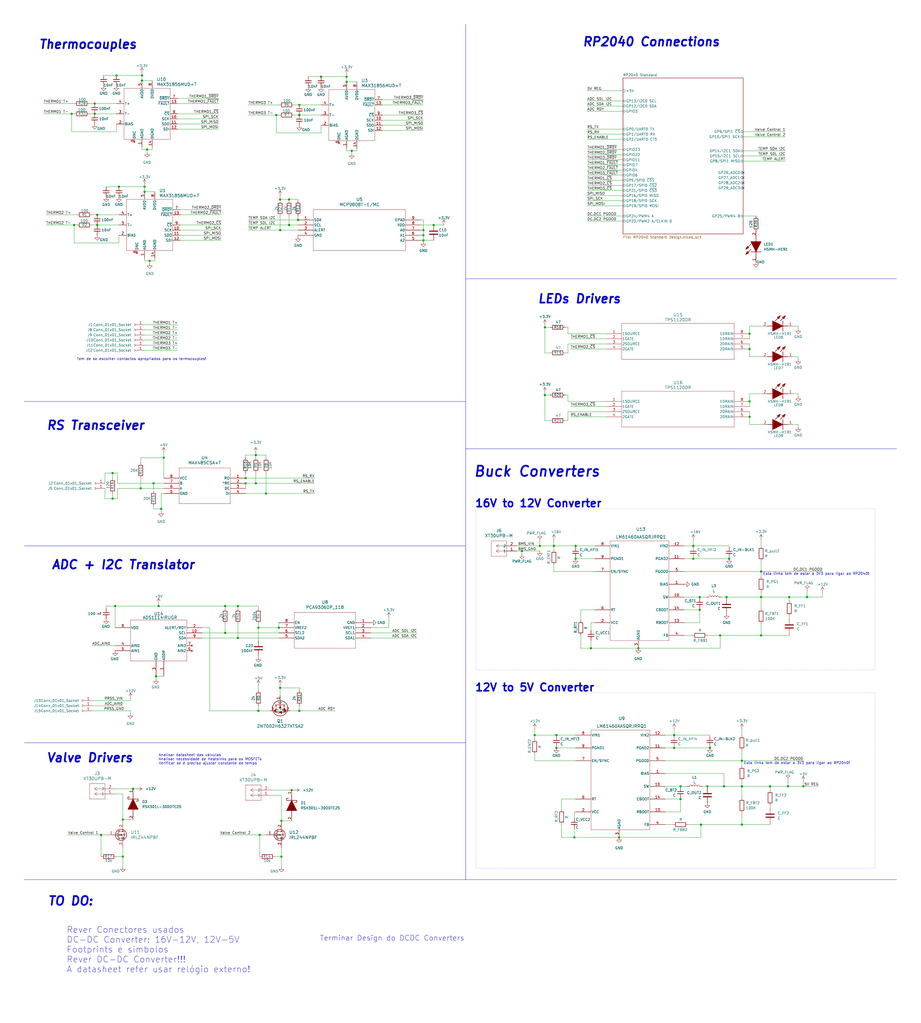
<source format=kicad_sch>
(kicad_sch (version 20231120) (generator "eeschema") (generator_version "8.0")
  (paper "User" 457.2 508)
  (title_block (title "CANha Board") (date "2024-12-17") (company "Porto Space Team") (comment 1 "Miguel Amorim") (comment 2 "Miguel Leite") (comment 3 "Rafael Novais"))
  (junction (at 344.17 277.495))
  (junction (at 71.755 92.71))
  (junction (at 74.295 129.54))
  (junction (at 270.51 196.215))
  (junction (at 69.85 242.57))
  (junction (at 50.165 414.655))
  (junction (at 139.065 114.3))
  (junction (at 265.43 365.125))
  (junction (at 372.11 207.01))
  (junction (at 36.83 111.76))
  (junction (at 377.825 283.845))
  (junction (at 35.56 56.515))
  (junction (at 276.225 371.475))
  (junction (at 46.99 51.435))
  (junction (at 81.28 227.33))
  (junction (at 66.04 391.795))
  (junction (at 172.085 38.1))
  (junction (at 76.2 240.03))
  (junction (at 400.685 296.545))
  (junction (at 391.795 296.545))
  (junction (at 73.025 74.295))
  (junction (at 360.68 296.545))
  (junction (at 139.7 407.67))
  (junction (at 48.26 106.68))
  (junction (at 334.645 365.125))
  (junction (at 368.3 409.575))
  (junction (at 352.425 371.475))
  (junction (at 274.955 271.145))
  (junction (at 267.97 271.145))
  (junction (at 347.98 409.575))
  (junction (at 148.59 57.15))
  (junction (at 118.11 300.99))
  (junction (at 148.59 52.07))
  (junction (at 48.26 111.76))
  (junction (at 347.345 302.895))
  (junction (at 337.82 390.525))
  (junction (at 60.96 407.035))
  (junction (at 377.825 296.545))
  (junction (at 139.065 99.06))
  (junction (at 372.11 173.355))
  (junction (at 359.41 390.525))
  (junction (at 316.865 321.945))
  (junction (at 127 226.06))
  (junction (at 382.27 390.525))
  (junction (at 334.645 371.475))
  (junction (at 159.385 38.1))
  (junction (at 307.34 415.925))
  (junction (at 361.95 277.495))
  (junction (at 59.055 92.71))
  (junction (at 391.16 390.525))
  (junction (at 118.11 316.865))
  (junction (at 132.08 245.11))
  (junction (at 144.78 392.43))
  (junction (at 357.505 315.595))
  (junction (at 347.345 296.545))
  (junction (at 55.88 247.65))
  (junction (at 285.75 271.145))
  (junction (at 128.27 353.06))
  (junction (at 143.51 99.06))
  (junction (at 398.78 390.525))
  (junction (at 121.92 240.03))
  (junction (at 80.01 252.73))
  (junction (at 344.17 271.145))
  (junction (at 55.88 234.95))
  (junction (at 139.7 425.45))
  (junction (at 210.185 119.38))
  (junction (at 57.785 37.465))
  (junction (at 351.155 390.525))
  (junction (at 128.27 311.785))
  (junction (at 78.74 300.99))
  (junction (at 337.82 396.875))
  (junction (at 137.16 57.15))
  (junction (at 210.185 114.3))
  (junction (at 71.755 95.25))
  (junction (at 143.51 111.76))
  (junction (at 285.75 277.495))
  (junction (at 368.3 377.825))
  (junction (at 121.92 237.49))
  (junction (at 210.185 116.84))
  (junction (at 215.265 111.76))
  (junction (at 148.59 353.06))
  (junction (at 70.485 37.465))
  (junction (at 372.11 199.39))
  (junction (at 285.115 415.925))
  (junction (at 276.225 365.125))
  (junction (at 57.15 300.99))
  (junction (at 368.3 390.525))
  (junction (at 127 240.03))
  (junction (at 60.96 425.45))
  (junction (at 372.11 165.735))
  (junction (at 377.825 315.595))
  (junction (at 46.99 56.515))
  (junction (at 172.085 40.64))
  (junction (at 293.37 321.945))
  (junction (at 259.08 273.685))
  (junction (at 70.485 40.005))
  (junction (at 174.625 74.93))
  (junction (at 138.43 311.785))
  (junction (at 128.905 414.655))
  (junction (at 147.955 109.22))
  (junction (at 111.76 314.325))
  (junction (at 270.51 162.56))
  (junction (at 77.47 335.915))
  (junction (at 139.065 341.63))
  (junction (at 111.76 300.99))
  (no_connect (at 368.935 88.265))
  (no_connect (at 368.935 85.725))
  (no_connect (at 368.935 93.345))
  (no_connect (at 368.935 90.805))
  (wire (pts (xy 60.96 407.035) (xy 60.96 408.305)))
  (wire (pts (xy 291.465 109.855) (xy 309.245 109.855)))
  (wire (pts (xy 137.16 57.15) (xy 138.43 57.15)))
  (wire (pts (xy 276.225 371.475) (xy 285.75 371.475)))
  (wire (pts (xy 259.08 273.685) (xy 259.08 274.955)))
  (wire (pts (xy 291.465 97.155) (xy 309.245 97.155)))
  (wire (pts (xy 337.82 396.875) (xy 330.2 396.875)))
  (wire (pts (xy 285.75 377.825) (xy 265.43 377.825)))
  (wire (pts (xy 347.345 296.545) (xy 347.345 297.18)))
  (wire (pts (xy 109.855 104.14) (xy 89.535 104.14)))
  (wire (pts (xy 147.955 109.22) (xy 147.955 107.315)))
  (wire (pts (xy 128.27 300.99) (xy 128.27 302.26)))
  (wire (pts (xy 33.655 414.655) (xy 50.165 414.655)))
  (wire (pts (xy 74.295 129.54) (xy 76.835 129.54)))
  (wire (pts (xy 64.77 347.98) (xy 45.72 347.98)))
  (wire (pts (xy 391.795 296.545) (xy 400.685 296.545)))
  (wire (pts (xy 121.92 227.33) (xy 121.92 226.06)))
  (wire (pts (xy 368.3 380.365) (xy 368.3 377.825)))
  (wire (pts (xy 288.29 307.975) (xy 288.29 302.895)))
  (wire (pts (xy 76.2 240.03) (xy 58.42 240.03)))
  (wire (pts (xy 208.915 109.22) (xy 210.185 109.22)))
  (wire (pts (xy 132.08 226.06) (xy 127 226.06)))
  (wire (pts (xy 148.59 57.15) (xy 159.385 57.15)))
  (wire (pts (xy 270.51 194.945) (xy 270.51 196.215)))
  (wire (pts (xy 291.465 45.085) (xy 309.245 45.085)))
  (wire (pts (xy 60.96 407.035) (xy 66.04 407.035)))
  (wire (pts (xy 134.62 392.43) (xy 144.78 392.43)))
  (wire (pts (xy 210.185 114.3) (xy 210.185 116.84)))
  (wire (pts (xy 128.27 318.135) (xy 128.27 311.785)))
  (wire (pts (xy 174.625 74.93) (xy 174.625 76.2)))
  (wire (pts (xy 81.28 240.03) (xy 76.2 240.03)))
  (wire (pts (xy 59.055 116.84) (xy 59.055 120.65)))
  (wire (pts (xy 347.345 296.545) (xy 350.52 296.545)))
  (wire (pts (xy 210.185 49.53) (xy 189.865 49.53)))
  (wire (pts (xy 127 226.06) (xy 127 227.33)))
  (wire (pts (xy 123.19 52.07) (xy 138.43 52.07)))
  (wire (pts (xy 368.935 74.93) (xy 389.89 74.93)))
  (wire (pts (xy 210.185 116.84) (xy 210.185 119.38)))
  (wire (pts (xy 372.11 170.815) (xy 372.11 173.355)))
  (wire (pts (xy 270.51 175.26) (xy 273.05 175.26)))
  (wire (pts (xy 337.82 403.225) (xy 337.82 396.875)))
  (wire (pts (xy 128.905 414.655) (xy 128.905 425.45)))
  (wire (pts (xy 66.04 391.795) (xy 67.945 391.795)))
  (wire (pts (xy 291.465 79.375) (xy 309.245 79.375)))
  (wire (pts (xy 391.795 307.34) (xy 391.795 306.07)))
  (wire (pts (xy 398.78 390.525) (xy 406.4 390.525)))
  (wire (pts (xy 210.185 64.77) (xy 189.865 64.77)))
  (wire (pts (xy 330.2 377.825) (xy 368.3 377.825)))
  (wire (pts (xy 396.24 177.165) (xy 396.24 178.435)))
  (wire (pts (xy 147.955 99.06) (xy 147.955 99.695)))
  (wire (pts (xy 81.28 242.57) (xy 69.85 242.57)))
  (wire (pts (xy 88.265 173.99) (xy 71.755 173.99)))
  (wire (pts (xy 156.21 245.11) (xy 132.08 245.11)))
  (wire (pts (xy 80.01 252.73) (xy 76.2 252.73)))
  (wire (pts (xy 57.15 300.99) (xy 78.74 300.99)))
  (wire (pts (xy 368.935 77.47) (xy 389.89 77.47)))
  (wire (pts (xy 81.28 227.33) (xy 81.28 237.49)))
  (wire (pts (xy 88.265 168.91) (xy 71.755 168.91)))
  (wire (pts (xy 274.955 271.145) (xy 274.955 273.05)))
  (wire (pts (xy 88.265 163.83) (xy 71.755 163.83)))
  (wire (pts (xy 127 226.06) (xy 121.92 226.06)))
  (wire (pts (xy 55.88 245.11) (xy 55.88 247.65)))
  (wire (pts (xy 368.3 390.525) (xy 368.3 396.24)))
  (wire (pts (xy 285.115 403.225) (xy 285.75 403.225)))
  (wire (pts (xy 137.16 66.04) (xy 137.16 57.15)))
  (wire (pts (xy 57.15 391.795) (xy 66.04 391.795)))
  (wire (pts (xy 377.825 283.845) (xy 408.305 283.845)))
  (wire (pts (xy 382.27 401.32) (xy 382.27 400.05)))
  (wire (pts (xy 274.955 271.145) (xy 285.75 271.145)))
  (wire (pts (xy 377.825 294.005) (xy 377.825 296.545)))
  (wire (pts (xy 291.465 76.835) (xy 309.245 76.835)))
  (wire (pts (xy 291.465 52.705) (xy 309.245 52.705)))
  (wire (pts (xy 132.08 227.33) (xy 132.08 226.06)))
  (wire (pts (xy 159.385 62.23) (xy 159.385 66.04)))
  (wire (pts (xy 44.45 56.515) (xy 46.99 56.515)))
  (wire (pts (xy 291.465 86.995) (xy 309.245 86.995)))
  (wire (pts (xy 278.765 415.925) (xy 285.115 415.925)))
  (wire (pts (xy 281.94 208.915) (xy 281.94 204.47)))
  (wire (pts (xy 291.465 89.535) (xy 309.245 89.535)))
  (wire (pts (xy 208.915 111.76) (xy 215.265 111.76)))
  (wire (pts (xy 339.725 315.595) (xy 343.535 315.595)))
  (wire (pts (xy 293.37 309.245) (xy 295.275 309.245)))
  (wire (pts (xy 128.27 325.755) (xy 128.27 326.39)))
  (wire (pts (xy 344.17 271.145) (xy 344.17 271.78)))
  (wire (pts (xy 100.33 316.865) (xy 118.11 316.865)))
  (wire (pts (xy 368.935 65.405) (xy 389.89 65.405)))
  (wire (pts (xy 280.67 208.915) (xy 281.94 208.915)))
  (wire (pts (xy 382.27 392.43) (xy 382.27 390.525)))
  (wire (pts (xy 210.185 52.07) (xy 189.865 52.07)))
  (wire (pts (xy 109.22 414.655) (xy 128.905 414.655)))
  (wire (pts (xy 372.11 195.58) (xy 372.11 199.39)))
  (wire (pts (xy 347.345 309.245) (xy 347.345 302.895)))
  (wire (pts (xy 265.43 377.825) (xy 265.43 374.65)))
  (wire (pts (xy 358.14 296.545) (xy 360.68 296.545)))
  (wire (pts (xy 337.82 396.24) (xy 337.82 396.875)))
  (wire (pts (xy 330.2 409.575) (xy 334.01 409.575)))
  (wire (pts (xy 50.165 414.655) (xy 53.34 414.655)))
  (wire (pts (xy 73.025 74.295) (xy 70.485 74.295)))
  (wire (pts (xy 285.75 271.145) (xy 285.75 271.78)))
  (wire (pts (xy 382.27 408.94) (xy 382.27 409.575)))
  (wire (pts (xy 121.92 234.95) (xy 121.92 237.49)))
  (wire (pts (xy 291.465 50.165) (xy 309.245 50.165)))
  (wire (pts (xy 372.11 161.925) (xy 372.11 165.735)))
  (wire (pts (xy 184.15 311.785) (xy 193.04 311.785)))
  (wire (pts (xy 398.78 390.525) (xy 398.78 387.985)))
  (wire (pts (xy 368.3 361.95) (xy 368.3 365.125)))
  (wire (pts (xy 50.165 414.655) (xy 50.165 425.45)))
  (wire (pts (xy 143.51 99.06) (xy 143.51 99.695)))
  (wire (pts (xy 382.27 390.525) (xy 391.16 390.525)))
  (wire (pts (xy 288.29 321.945) (xy 288.29 315.595)))
  (wire (pts (xy 174.625 74.93) (xy 172.085 74.93)))
  (wire (pts (xy 291.465 69.215) (xy 309.245 69.215)))
  (wire (pts (xy 344.17 271.145) (xy 361.95 271.145)))
  (wire (pts (xy 361.95 271.78) (xy 361.95 271.145)))
  (polyline (pts (xy 12.065 436.88) (xy 231.14 436.88)))
  (wire (pts (xy 359.41 390.525) (xy 351.155 390.525)))
  (wire (pts (xy 139.065 114.3) (xy 147.955 114.3)))
  (wire (pts (xy 108.585 51.435) (xy 88.265 51.435)))
  (wire (pts (xy 281.94 170.815) (xy 300.99 170.815)))
  (wire (pts (xy 148.59 52.07) (xy 159.385 52.07)))
  (wire (pts (xy 400.685 293.37) (xy 400.685 296.545)))
  (wire (pts (xy 285.115 406.4) (xy 285.115 403.225)))
  (wire (pts (xy 172.085 73.66) (xy 172.085 74.93)))
  (wire (pts (xy 334.645 371.475) (xy 330.2 371.475)))
  (wire (pts (xy 357.505 315.595) (xy 377.825 315.595)))
  (wire (pts (xy 377.825 278.765) (xy 377.825 283.845)))
  (wire (pts (xy 36.83 120.65) (xy 36.83 111.76)))
  (wire (pts (xy 22.86 111.76) (xy 36.83 111.76)))
  (wire (pts (xy 109.855 114.3) (xy 89.535 114.3)))
  (wire (pts (xy 70.485 73.025) (xy 70.485 74.295)))
  (wire (pts (xy 184.15 314.325) (xy 207.01 314.325)))
  (wire (pts (xy 210.185 57.15) (xy 189.865 57.15)))
  (wire (pts (xy 88.265 171.45) (xy 71.755 171.45)))
  (wire (pts (xy 377.825 309.88) (xy 377.825 315.595)))
  (wire (pts (xy 377.825 267.97) (xy 377.825 271.145)))
  (wire (pts (xy 391.16 387.35) (xy 391.16 390.525)))
  (wire (pts (xy 293.37 318.135) (xy 293.37 321.945)))
  (wire (pts (xy 391.795 298.45) (xy 391.795 296.545)))
  (wire (pts (xy 118.11 309.88) (xy 118.11 316.865)))
  (wire (pts (xy 334.645 365.125) (xy 334.645 365.76)))
  (wire (pts (xy 111.76 300.99) (xy 111.76 302.26)))
  (wire (pts (xy 71.755 92.71) (xy 71.755 95.25)))
  (wire (pts (xy 270.51 162.56) (xy 270.51 175.26)))
  (polyline (pts (xy 231.14 436.88) (xy 445.135 436.88)))
  (wire (pts (xy 278.765 415.925) (xy 278.765 409.575)))
  (wire (pts (xy 341.63 409.575) (xy 347.98 409.575)))
  (wire (pts (xy 400.685 296.545) (xy 408.305 296.545)))
  (wire (pts (xy 361.95 277.495) (xy 344.17 277.495)))
  (wire (pts (xy 357.505 321.945) (xy 316.865 321.945)))
  (wire (pts (xy 281.94 204.47) (xy 300.99 204.47)))
  (wire (pts (xy 396.24 195.58) (xy 396.24 196.85)))
  (wire (pts (xy 64.77 353.06) (xy 64.77 354.33)))
  (wire (pts (xy 100.33 311.785) (xy 104.14 311.785)))
  (wire (pts (xy 139.065 341.63) (xy 139.065 345.44)))
  (wire (pts (xy 35.56 56.515) (xy 36.83 56.515)))
  (wire (pts (xy 60.96 394.335) (xy 60.96 407.035)))
  (wire (pts (xy 372.11 177.165) (xy 378.46 177.165)))
  (wire (pts (xy 108.585 59.055) (xy 88.265 59.055)))
  (wire (pts (xy 111.76 309.88) (xy 111.76 314.325)))
  (wire (pts (xy 52.705 300.99) (xy 52.705 302.26)))
  (wire (pts (xy 368.3 403.86) (xy 368.3 409.575)))
  (wire (pts (xy 123.19 57.15) (xy 137.16 57.15)))
  (wire (pts (xy 368.3 409.575) (xy 382.27 409.575)))
  (wire (pts (xy 55.88 234.95) (xy 52.07 234.95)))
  (wire (pts (xy 80.01 252.73) (xy 80.01 254)))
  (wire (pts (xy 69.85 242.57) (xy 58.42 242.57)))
  (wire (pts (xy 128.27 353.06) (xy 133.985 353.06)))
  (wire (pts (xy 210.185 109.22) (xy 210.185 114.3)))
  (wire (pts (xy 146.05 57.15) (xy 148.59 57.15)))
  (wire (pts (xy 108.585 48.895) (xy 88.265 48.895)))
  (wire (pts (xy 143.51 111.76) (xy 147.955 111.76)))
  (wire (pts (xy 291.465 66.675) (xy 309.245 66.675)))
  (wire (pts (xy 136.525 425.45) (xy 139.7 425.45)))
  (wire (pts (xy 108.585 64.135) (xy 88.265 64.135)))
  (wire (pts (xy 139.7 425.45) (xy 139.7 430.53)))
  (wire (pts (xy 393.7 161.925) (xy 396.24 161.925)))
  (wire (pts (xy 330.2 384.175) (xy 359.41 384.175)))
  (wire (pts (xy 372.11 210.82) (xy 378.46 210.82)))
  (polyline (pts (xy 231.14 368.935) (xy 231.14 436.88)))
  (wire (pts (xy 88.265 166.37) (xy 71.755 166.37)))
  (wire (pts (xy 291.465 64.135) (xy 309.245 64.135)))
  (wire (pts (xy 288.29 302.895) (xy 295.275 302.895)))
  (wire (pts (xy 139.065 340.36) (xy 139.065 341.63)))
  (wire (pts (xy 174.625 74.93) (xy 177.165 74.93)))
  (wire (pts (xy 288.29 321.945) (xy 293.37 321.945)))
  (wire (pts (xy 21.59 56.515) (xy 35.56 56.515)))
  (wire (pts (xy 267.97 268.605) (xy 267.97 271.145)))
  (wire (pts (xy 58.42 240.03) (xy 58.42 234.95)))
  (wire (pts (xy 57.15 300.99) (xy 57.15 311.785)))
  (wire (pts (xy 347.98 415.925) (xy 307.34 415.925)))
  (wire (pts (xy 70.485 37.465) (xy 70.485 40.005)))
  (wire (pts (xy 59.055 92.71) (xy 71.755 92.71)))
  (wire (pts (xy 59.055 120.65) (xy 36.83 120.65)))
  (wire (pts (xy 143.51 99.06) (xy 147.955 99.06)))
  (wire (pts (xy 123.19 109.22) (xy 147.955 109.22)))
  (wire (pts (xy 172.085 40.64) (xy 177.165 40.64)))
  (wire (pts (xy 144.78 407.67) (xy 139.7 407.67)))
  (wire (pts (xy 334.645 370.84) (xy 334.645 371.475)))
  (wire (pts (xy 259.08 273.685) (xy 267.97 273.685)))
  (wire (pts (xy 339.725 283.845) (xy 377.825 283.845)))
  (wire (pts (xy 291.465 102.235) (xy 309.245 102.235)))
  (wire (pts (xy 74.295 129.54) (xy 71.755 129.54)))
  (wire (pts (xy 265.43 365.125) (xy 276.225 365.125)))
  (wire (pts (xy 57.785 61.595) (xy 57.785 65.405)))
  (wire (pts (xy 285.75 271.145) (xy 295.275 271.145)))
  (wire (pts (xy 60.96 350.52) (xy 45.72 350.52)))
  (wire (pts (xy 139.7 421.005) (xy 139.7 425.45)))
  (wire (pts (xy 330.2 390.525) (xy 337.82 390.525)))
  (wire (pts (xy 281.94 165.735) (xy 281.94 162.56)))
  (wire (pts (xy 123.19 114.3) (xy 139.065 114.3)))
  (wire (pts (xy 128.27 340.36) (xy 128.27 342.9)))
  (wire (pts (xy 22.86 106.68) (xy 38.1 106.68)))
  (wire (pts (xy 45.72 111.76) (xy 48.26 111.76)))
  (wire (pts (xy 368.3 377.825) (xy 398.78 377.825)))
  (wire (pts (xy 144.145 353.06) (xy 148.59 353.06)))
  (wire (pts (xy 55.88 247.65) (xy 52.07 247.65)))
  (wire (pts (xy 344.17 277.495) (xy 339.725 277.495)))
  (wire (pts (xy 300.99 165.735) (xy 281.94 165.735)))
  (wire (pts (xy 291.465 107.315) (xy 309.245 107.315)))
  (wire (pts (xy 357.505 315.595) (xy 357.505 321.945)))
  (wire (pts (xy 372.11 165.735) (xy 372.11 168.275)))
  (wire (pts (xy 280.67 175.26) (xy 281.94 175.26)))
  (wire (pts (xy 270.51 162.56) (xy 273.05 162.56)))
  (wire (pts (xy 71.755 91.44) (xy 71.755 92.71)))
  (wire (pts (xy 339.725 271.145) (xy 344.17 271.145)))
  (polyline (pts (xy 12.065 271.145) (xy 231.14 271.145)))
  (wire (pts (xy 159.385 38.1) (xy 172.085 38.1)))
  (wire (pts (xy 372.11 195.58) (xy 378.46 195.58)))
  (wire (pts (xy 146.05 52.07) (xy 148.59 52.07)))
  (wire (pts (xy 372.11 207.01) (xy 372.11 210.82)))
  (wire (pts (xy 291.465 74.295) (xy 309.245 74.295)))
  (wire (pts (xy 58.42 234.95) (xy 55.88 234.95)))
  (wire (pts (xy 109.855 106.68) (xy 89.535 106.68)))
  (wire (pts (xy 347.98 409.575) (xy 368.3 409.575)))
  (wire (pts (xy 147.955 117.475) (xy 147.955 116.84)))
  (wire (pts (xy 368.3 390.525) (xy 359.41 390.525)))
  (wire (pts (xy 372.11 173.355) (xy 372.11 177.165)))
  (wire (pts (xy 408.305 296.545) (xy 408.305 294.005)))
  (wire (pts (xy 291.465 92.075) (xy 309.245 92.075)))
  (wire (pts (xy 344.17 276.86) (xy 344.17 277.495)))
  (wire (pts (xy 78.74 300.99) (xy 111.76 300.99)))
  (wire (pts (xy 177.165 73.66) (xy 177.165 74.93)))
  (wire (pts (xy 148.59 350.52) (xy 148.59 353.06)))
  (wire (pts (xy 344.17 267.97) (xy 344.17 271.145)))
  (wire (pts (xy 69.85 229.87) (xy 69.85 227.33)))
  (wire (pts (xy 57.785 37.465) (xy 70.485 37.465)))
  (wire (pts (xy 143.51 107.315) (xy 143.51 111.76)))
  (wire (pts (xy 118.11 300.99) (xy 118.11 302.26)))
  (wire (pts (xy 52.07 234.95) (xy 52.07 240.03)))
  (wire (pts (xy 148.59 353.06) (xy 166.37 353.06)))
  (wire (pts (xy 52.07 247.65) (xy 52.07 242.57)))
  (wire (pts (xy 334.645 361.95) (xy 334.645 365.125)))
  (wire (pts (xy 368.3 372.745) (xy 368.3 377.825)))
  (wire (pts (xy 118.11 300.99) (xy 128.27 300.99)))
  (wire (pts (xy 58.42 242.57) (xy 58.42 247.65)))
  (wire (pts (xy 393.7 210.82) (xy 396.24 210.82)))
  (wire (pts (xy 69.85 227.33) (xy 81.28 227.33)))
  (wire (pts (xy 276.225 365.125) (xy 276.225 365.76)))
  (wire (pts (xy 127 240.03) (xy 121.92 240.03)))
  (wire (pts (xy 108.585 56.515) (xy 88.265 56.515)))
  (wire (pts (xy 276.225 365.125) (xy 285.75 365.125)))
  (wire (pts (xy 132.08 234.95) (xy 132.08 245.11)))
  (wire (pts (xy 210.185 119.38) (xy 208.915 119.38)))
  (wire (pts (xy 123.19 111.76) (xy 143.51 111.76)))
  (wire (pts (xy 52.705 92.71) (xy 59.055 92.71)))
  (wire (pts (xy 88.265 161.29) (xy 71.755 161.29)))
  (wire (pts (xy 347.345 302.895) (xy 339.725 302.895)))
  (wire (pts (xy 156.21 240.03) (xy 127 240.03)))
  (wire (pts (xy 291.465 99.695) (xy 309.245 99.695)))
  (polyline (pts (xy 231.14 138.43) (xy 233.68 138.43)))
  (wire (pts (xy 396.24 210.82) (xy 396.24 212.09)))
  (wire (pts (xy 73.025 74.295) (xy 73.025 75.565)))
  (polyline (pts (xy 233.68 138.43) (xy 445.135 138.43)))
  (wire (pts (xy 368.935 80.01) (xy 389.89 80.01)))
  (wire (pts (xy 375.285 107.315) (xy 368.935 107.315)))
  (wire (pts (xy 148.59 341.63) (xy 148.59 342.9)))
  (wire (pts (xy 348.615 390.525) (xy 351.155 390.525)))
  (polyline (pts (xy 231.14 222.885) (xy 368.935 222.885)))
  (wire (pts (xy 210.185 119.38) (xy 210.185 120.015)))
  (wire (pts (xy 81.28 224.79) (xy 81.28 227.33)))
  (wire (pts (xy 295.275 283.845) (xy 274.955 283.845)))
  (wire (pts (xy 278.765 396.875) (xy 285.75 396.875)))
  (wire (pts (xy 64.77 347.98) (xy 64.77 346.71)))
  (wire (pts (xy 111.76 314.325) (xy 138.43 314.325)))
  (wire (pts (xy 128.905 414.655) (xy 132.08 414.655)))
  (wire (pts (xy 111.76 300.99) (xy 118.11 300.99)))
  (wire (pts (xy 391.16 390.525) (xy 398.78 390.525)))
  (wire (pts (xy 270.51 208.915) (xy 273.05 208.915)))
  (wire (pts (xy 128.27 309.88) (xy 128.27 311.785)))
  (wire (pts (xy 281.94 199.39) (xy 281.94 196.215)))
  (wire (pts (xy 81.28 245.11) (xy 80.01 245.11)))
  (wire (pts (xy 210.185 62.23) (xy 189.865 62.23)))
  (wire (pts (xy 283.21 201.93) (xy 300.99 201.93)))
  (wire (pts (xy 285.115 415.925) (xy 307.34 415.925)))
  (wire (pts (xy 347.345 302.26) (xy 347.345 302.895)))
  (wire (pts (xy 330.2 403.225) (xy 337.82 403.225)))
  (wire (pts (xy 48.26 106.68) (xy 59.055 106.68)))
  (wire (pts (xy 78.74 299.72) (xy 78.74 300.99)))
  (wire (pts (xy 210.185 114.3) (xy 208.915 114.3)))
  (polyline (pts (xy 368.935 222.885) (xy 445.135 222.885)))
  (wire (pts (xy 139.065 97.155) (xy 139.065 99.06)))
  (wire (pts (xy 139.7 407.67) (xy 139.7 408.305)))
  (wire (pts (xy 76.2 252.73) (xy 76.2 251.46)))
  (wire (pts (xy 36.83 111.76) (xy 38.1 111.76)))
  (wire (pts (xy 274.955 267.97) (xy 274.955 271.145)))
  (wire (pts (xy 293.37 313.055) (xy 293.37 309.245)))
  (wire (pts (xy 76.835 128.27) (xy 76.835 129.54)))
  (wire (pts (xy 352.425 365.76) (xy 352.425 365.125)))
  (wire (pts (xy 193.04 306.705) (xy 193.04 311.785)))
  (wire (pts (xy 139.065 341.63) (xy 148.59 341.63)))
  (wire (pts (xy 276.225 370.84) (xy 276.225 371.475)))
  (wire (pts (xy 77.47 335.915) (xy 77.47 337.185)))
  (wire (pts (xy 351.155 315.595) (xy 357.505 315.595)))
  (wire (pts (xy 21.59 51.435) (xy 36.83 51.435)))
  (wire (pts (xy 393.7 177.165) (xy 396.24 177.165)))
  (wire (pts (xy 270.51 161.29) (xy 270.51 162.56)))
  (wire (pts (xy 60.96 421.005) (xy 60.96 425.45)))
  (wire (pts (xy 104.14 311.785) (xy 104.14 353.06)))
  (wire (pts (xy 377.825 296.545) (xy 391.795 296.545)))
  (wire (pts (xy 283.21 168.275) (xy 300.99 168.275)))
  (wire (pts (xy 57.785 425.45) (xy 60.96 425.45)))
  (wire (pts (xy 172.085 36.83) (xy 172.085 38.1)))
  (wire (pts (xy 74.295 129.54) (xy 74.295 130.81)))
  (wire (pts (xy 70.485 36.195) (xy 70.485 37.465)))
  (wire (pts (xy 291.465 81.915) (xy 309.245 81.915)))
  (wire (pts (xy 265.43 365.125) (xy 265.43 367.03)))
  (wire (pts (xy 285.75 277.495) (xy 295.275 277.495)))
  (wire (pts (xy 80.01 245.11) (xy 80.01 252.73)))
  (wire (pts (xy 285.75 276.86) (xy 285.75 277.495)))
  (wire (pts (xy 46.99 51.435) (xy 57.785 51.435)))
  (wire (pts (xy 71.755 95.25) (xy 76.835 95.25)))
  (wire (pts (xy 144.78 392.43) (xy 146.05 392.43)))
  (wire (pts (xy 283.21 207.01) (xy 300.99 207.01)))
  (wire (pts (xy 377.825 296.545) (xy 360.68 296.545)))
  (wire (pts (xy 52.705 300.99) (xy 57.15 300.99)))
  (wire (pts (xy 76.2 240.03) (xy 76.2 243.84)))
  (wire (pts (xy 377.825 315.595) (xy 391.795 315.595)))
  (wire (pts (xy 35.56 65.405) (xy 35.56 56.515)))
  (wire (pts (xy 359.41 384.175) (xy 359.41 390.525)))
  (wire (pts (xy 256.54 271.145) (xy 267.97 271.145)))
  (wire (pts (xy 139.065 114.3) (xy 139.065 107.315)))
  (wire (pts (xy 291.465 55.245) (xy 309.245 55.245)))
  (wire (pts (xy 270.51 196.215) (xy 270.51 208.915)))
  (wire (pts (xy 339.725 309.245) (xy 347.345 309.245)))
  (wire (pts (xy 330.2 365.125) (xy 334.645 365.125)))
  (wire (pts (xy 139.065 99.06) (xy 139.065 99.695)))
  (wire (pts (xy 256.54 273.685) (xy 259.08 273.685)))
  (wire (pts (xy 45.72 353.06) (xy 64.77 353.06)))
  (wire (pts (xy 278.765 401.955) (xy 278.765 396.875)))
  (wire (pts (xy 215.265 111.76) (xy 220.345 111.76)))
  (wire (pts (xy 139.7 394.97) (xy 139.7 407.67)))
  (polyline (pts (xy 231.14 12.065) (xy 231.14 144.145)))
  (wire (pts (xy 337.82 390.525) (xy 337.82 391.16)))
  (wire (pts (xy 274.955 283.845) (xy 274.955 280.67)))
  (wire (pts (xy 48.26 111.76) (xy 59.055 111.76)))
  (wire (pts (xy 128.27 350.52) (xy 128.27 353.06)))
  (wire (pts (xy 109.855 111.76) (xy 89.535 111.76)))
  (wire (pts (xy 121.92 240.03) (xy 121.92 242.57)))
  (wire (pts (xy 377.825 286.385) (xy 377.825 283.845)))
  (wire (pts (xy 267.97 271.145) (xy 274.955 271.145)))
  (wire (pts (xy 139.065 99.06) (xy 143.51 99.06)))
  (wire (pts (xy 291.465 94.615) (xy 309.245 94.615)))
  (polyline (pts (xy 12.065 368.935) (xy 231.14 368.935)))
  (wire (pts (xy 334.645 365.125) (xy 352.425 365.125)))
  (wire (pts (xy 280.67 162.56) (xy 281.94 162.56)))
  (wire (pts (xy 280.67 196.215) (xy 281.94 196.215)))
  (wire (pts (xy 270.51 196.215) (xy 273.05 196.215)))
  (wire (pts (xy 291.465 84.455) (xy 309.245 84.455)))
  (wire (pts (xy 60.96 425.45) (xy 60.96 430.53)))
  (wire (pts (xy 159.385 66.04) (xy 137.16 66.04)))
  (wire (pts (xy 109.855 116.84) (xy 89.535 116.84)))
  (wire (pts (xy 109.855 119.38) (xy 89.535 119.38)))
  (wire (pts (xy 153.035 38.1) (xy 159.385 38.1)))
  (wire (pts (xy 58.42 247.65) (xy 55.88 247.65)))
  (wire (pts (xy 391.795 314.96) (xy 391.795 315.595)))
  (wire (pts (xy 393.7 195.58) (xy 396.24 195.58)))
  (wire (pts (xy 57.15 394.335) (xy 60.96 394.335)))
  (wire (pts (xy 127 234.95) (xy 127 240.03)))
  (wire (pts (xy 127 226.06) (xy 127 224.79)))
  (wire (pts (xy 368.935 67.945) (xy 389.89 67.945)))
  (wire (pts (xy 71.755 128.27) (xy 71.755 129.54)))
  (wire (pts (xy 210.185 116.84) (xy 208.915 116.84)))
  (wire (pts (xy 372.11 161.925) (xy 378.46 161.925)))
  (wire (pts (xy 70.485 40.005) (xy 75.565 40.005)))
  (wire (pts (xy 372.11 204.47) (xy 372.11 207.01)))
  (polyline (pts (xy 231.14 199.39) (xy 231.14 368.935)))
  (wire (pts (xy 44.45 51.435) (xy 46.99 51.435)))
  (wire (pts (xy 184.15 316.865) (xy 207.01 316.865)))
  (wire (pts (xy 281.94 175.26) (xy 281.94 170.815)))
  (wire (pts (xy 361.95 276.86) (xy 361.95 277.495)))
  (wire (pts (xy 104.14 353.06) (xy 128.27 353.06)))
  (wire (pts (xy 77.47 335.915) (xy 81.28 335.915)))
  (wire (pts (xy 352.425 371.475) (xy 334.645 371.475)))
  (wire (pts (xy 265.43 361.95) (xy 265.43 365.125)))
  (wire (pts (xy 347.98 409.575) (xy 347.98 415.925)))
  (wire (pts (xy 172.085 38.1) (xy 172.085 40.64)))
  (wire (pts (xy 337.82 390.525) (xy 340.995 390.525)))
  (wire (pts (xy 118.11 316.865) (xy 138.43 316.865)))
  (wire (pts (xy 396.24 161.925) (xy 396.24 163.195)))
  (wire (pts (xy 57.785 65.405) (xy 35.56 65.405)))
  (wire (pts (xy 73.025 74.295) (xy 75.565 74.295)))
  (wire (pts (xy 132.08 245.11) (xy 121.92 245.11)))
  (wire (pts (xy 138.43 311.785) (xy 138.43 309.245)))
  (wire (pts (xy 300.99 199.39) (xy 281.94 199.39)))
  (wire (pts (xy 51.435 37.465) (xy 57.785 37.465)))
  (wire (pts (xy 293.37 321.945) (xy 316.865 321.945)))
  (wire (pts (xy 368.3 387.985) (xy 368.3 390.525)))
  (wire (pts (xy 352.425 370.84) (xy 352.425 371.475)))
  (wire (pts (xy 75.565 73.025) (xy 75.565 74.295)))
  (polyline (pts (xy 12.065 199.39) (xy 231.14 199.39)))
  (wire (pts (xy 372.11 199.39) (xy 372.11 201.93)))
  (wire (pts (xy 69.85 237.49) (xy 69.85 242.57)))
  (wire (pts (xy 45.72 320.675) (xy 57.15 320.675)))
  (wire (pts (xy 55.88 234.95) (xy 55.88 237.49)))
  (wire (pts (xy 360.68 296.545) (xy 360.68 297.18)))
  (wire (pts (xy 368.3 390.525) (xy 382.27 390.525)))
  (wire (pts (xy 134.62 394.97) (xy 139.7 394.97)))
  (wire (pts (xy 339.725 296.545) (xy 347.345 296.545)))
  (wire (pts (xy 156.21 237.49) (xy 121.92 237.49)))
  (wire (pts (xy 285.115 411.48) (xy 285.115 415.925)))
  (wire (pts (xy 128.27 311.785) (xy 138.43 311.785)))
  (wire (pts (xy 46.99 56.515) (xy 57.785 56.515)))
  (wire (pts (xy 210.185 119.38) (xy 215.265 119.38)))
  (wire (pts (xy 351.155 390.525) (xy 351.155 391.16)))
  (wire (pts (xy 45.72 106.68) (xy 48.26 106.68)))
  (wire (pts (xy 210.185 59.69) (xy 189.865 59.69)))
  (wire (pts (xy 377.825 296.545) (xy 377.825 302.26)))
  (polyline (pts (xy 231.14 144.145) (xy 231.14 199.39)))
  (wire (pts (xy 108.585 61.595) (xy 88.265 61.595)))
  (wire (pts (xy 283.21 173.355) (xy 300.99 173.355)))
  (wire (pts (xy 100.33 314.325) (xy 111.76 314.325)))
  (rectangle (start 236.22 252.73) (end 434.34 332.74) (stroke (width 0) (type dot)))
  (rectangle (start 236.22 344.17) (end 434.34 431.165) (stroke (width 0) (type dot)))
  (text "Buck Converters" (at 234.95 234.315 0) (effects (font (size 5.08 5.08) (thickness 0.8636) (bold yes) (italic yes)) (justify left)))
  (text "RP2040 Connections" (at 288.925 20.955 0) (effects (font (size 4.318 4.318) (thickness 0.8636) (bold yes) (italic yes)) (justify left)))
  (text "TO DO:" (at 23.495 447.675 0) (effects (font (size 4.318 4.318) (thickness 0.8636) (bold yes) (italic yes)) (justify left)))
  (text "Valve Drivers" (at 22.86 376.555 0) (effects (font (size 4.318 4.318) (thickness 0.8636) (bold yes) (italic yes)) (justify left)))
  (text "Analisar datasheet das válvulas\nAnalisar necessidade de Heatsinks para os MOSFETs\nVerificar se é preciso ajustar constante de tempo" (at 78.74 377.19 0) (effects (font (size 1.27 1.27)) (justify left)))
  (text "Rever Conectores usados\nDC-DC Converter: 16V-12V, 12V-5V\nFootprints e símbolos\nRever DC-DC Converter!!! \nA datasheet refer usar relógio externo!" (at 33.02 471.805 0) (effects (font (size 3.048 3.048)) (justify left)))
  (text "LEDs Drivers" (at 266.7 148.59 0) (effects (font (size 4.318 4.318) (thickness 0.8636) (bold yes) (italic yes)) (justify left)))
  (text "Thermocouples" (at 19.05 22.225 0) (effects (font (size 4.318 4.318) (thickness 0.8636) (bold yes) (italic yes)) (justify left)))
  (text "Terminar Design do DCDC Converters" (at 158.75 466.09 0) (effects (font (size 2.54 2.54)) (justify left)))
  (text "12V to 5V Converter" (at 235.585 341.63 0) (effects (font (size 3.81 3.81) (thickness 0.762) (bold yes)) (justify left)))
  (text "RS Transceiver" (at 22.86 211.455 0) (effects (font (size 4.318 4.318) (thickness 0.8636) (bold yes) (italic yes)) (justify left)))
  (text "Tem de se escolher contactos apropriados para os termocouples!" (at 38.1 178.435 0) (effects (font (size 1.27 1.27)) (justify left)))
  (text "ADC + I2C Translator" (at 25.4 280.67 0) (effects (font (size 4.318 4.318) (thickness 0.8636) (bold yes) (italic yes)) (justify left)))
  (text "16V to 12V Converter" (at 235.585 250.19 0) (effects (font (size 3.81 3.81) (thickness 0.762) (bold yes)) (justify left)))
  (text "Esta linha tem de estar a 3V3 para ligar ao RP2040!" (at 405.13 285.115 0) (effects (font (size 1.27 1.27))))
  (text "Esta linha tem de estar a 3V3 para ligar ao RP2040!" (at 395.605 379.095 0) (effects (font (size 1.27 1.27))))
  (label "THERMO2_~{CS}" (at 109.855 111.76 180))
  (label "Valve Control 2" (at 109.22 414.655 0))
  (label "THERMO2_~{DRDY}" (at 291.465 76.835 0))
  (label "THERMO3_~{CS}" (at 210.185 57.15 180))
  (label "SPI_SCK" (at 109.855 114.3 180))
  (label "SPI_SCK" (at 210.185 59.69 180))
  (label "THERMO3_~{DRDY}" (at 291.465 79.375 0))
  (label "ADC RDY" (at 166.37 353.06 180))
  (label "TEMP ALERT" (at 123.19 114.3 0))
  (label "THERMO3_~{CS}" (at 291.465 94.615 0))
  (label "TEMP ALERT" (at 389.89 80.01 180))
  (label "THERMO3_~{CS}" (at 283.21 201.93 0))
  (label "THERMO2 T-" (at 88.265 168.91 180))
  (label "THERMO1_~{CS}" (at 283.21 168.275 0))
  (label "RS_ENABLE" (at 156.21 240.03 180))
  (label "BMS_GND" (at 257.175 273.685 0))
  (label "THERMO3_~{FAULT}" (at 210.185 52.07 180))
  (label "THERMO1_~{FAULT}" (at 291.465 81.915 0))
  (label "SPI_SCK" (at 291.465 99.695 0))
  (label "Valve Control 2" (at 389.89 67.945 180))
  (label "THERMO3 T+" (at 123.19 52.07 0))
  (label "THERMO1_~{DRDY}" (at 291.465 74.295 0))
  (label "DC.DC2 PGOOD" (at 398.78 377.825 180))
  (label "SPI_SCK" (at 108.585 59.055 180))
  (label "THERMO3_~{FAULT}" (at 291.465 86.995 0))
  (label "THERMO1_~{CS}" (at 291.465 89.535 0))
  (label "SPI_MOSI" (at 108.585 64.135 180))
  (label "THERMO1_~{CS}" (at 108.585 56.515 180))
  (label "THERMO3 T-" (at 123.19 57.15 0))
  (label "THERMO2 T+" (at 88.265 166.37 180))
  (label "TEMP SDL I2C" (at 123.19 111.76 0))
  (label "THERMO1 T+" (at 21.59 51.435 0))
  (label "THERMO1 T-" (at 88.265 163.83 180))
  (label "PRSS_VIN" (at 60.96 347.98 180))
  (label "THERMO3_~{DRDY}" (at 210.185 49.53 180))
  (label "SPI_MISO" (at 291.465 97.155 0))
  (label "TEMP SDL I2C" (at 389.89 77.47 180))
  (label "ADC SDA I2C" (at 207.01 316.865 180))
  (label "THERMO1_~{DRDY}" (at 108.585 48.895 180))
  (label "ADC_AIN0" (at 45.72 320.675 0))
  (label "ADC SDL I2C" (at 291.465 50.165 0))
  (label "SPI_MISO" (at 108.585 61.595 180))
  (label "RS_ENABLE" (at 283.21 207.01 0))
  (label "THERMO1 T-" (at 21.59 56.515 0))
  (label "THERMO2_~{FAULT}" (at 291.465 84.455 0))
  (label "RS_TX" (at 156.21 245.11 180))
  (label "THERMO2_~{CS}" (at 291.465 92.075 0))
  (label "THERMO3 T-" (at 88.265 173.99 180))
  (label "DC.DC1 PGOOD" (at 408.305 283.845 180))
  (label "SPI_MOSI" (at 291.465 102.235 0))
  (label "5V REG" (at 291.465 45.085 0))
  (label "THERMO2 T-" (at 22.86 111.76 0))
  (label "THERMO2_~{CS}" (at 283.21 173.355 0))
  (label "ADC SDL I2C" (at 207.01 314.325 180))
  (label "RS_TX" (at 291.465 64.135 0))
  (label "RS_RX" (at 291.465 66.675 0))
  (label "THERMO1_~{FAULT}" (at 108.585 51.435 180))
  (label "SPI_MISO" (at 210.185 62.23 180))
  (label "SPI_MISO" (at 109.855 116.84 180))
  (label "THERMO1 T+" (at 88.265 161.29 180))
  (label "5V REG" (at 406.4 390.525 180))
  (label "ADC RDY" (at 291.465 55.245 0))
  (label "RS_RX" (at 156.21 237.49 180))
  (label "TEMP SDA I2C" (at 389.89 74.93 180))
  (label "DC.DC1 PGOOD" (at 291.465 107.315 0))
  (label "Valve Control 1" (at 389.89 65.405 180))
  (label "THERMO2_~{FAULT}" (at 109.855 106.68 180))
  (label "BMS_VIN" (at 257.175 271.145 0))
  (label "THERMO2 T+" (at 22.86 106.68 0))
  (label "TEMP SDA I2C" (at 123.19 109.22 0))
  (label "THERMO2_~{DRDY}" (at 109.855 104.14 180))
  (label "THERMO3 T+" (at 88.265 171.45 180))
  (label "SPI_MOSI" (at 109.855 119.38 180))
  (label "SPI_MOSI" (at 210.185 64.77 180))
  (label "Valve Control 1" (at 33.655 414.655 0))
  (label "DC.DC2 PGOOD" (at 291.465 109.855 0))
  (label "ADC_AIN0" (at 60.96 350.52 180))
  (label "ADC SDA I2C" (at 291.465 52.705 0))
  (label "PRSS_GND" (at 61.595 353.06 180))
  (label "RS_ENABLE" (at 291.465 69.215 0))
  (symbol (lib_id "power:GND") (at 316.865 321.945 0) (unit 1)
    (property "Reference" "#PWR041" (effects (hide yes)))
    (property "Value" "GND" (at 316.865 327.152 0))
    (property "Description" "Power symbol creates a global label with name \"GND\" , ground" (effects (hide yes)))
  )
  (symbol (lib_id "power:GND") (at 57.785 42.545 0) (unit 1)
    (property "Reference" "#PWR077" (effects (hide yes)))
    (property "Value" "GND" (at 59.817 46.355 0) (effects (justify right)))
    (property "Description" "Power symbol creates a global label with name \"GND\" , ground" (effects (hide yes)))
  )
  (symbol (lib_id "power:+3.3V") (at 71.755 91.44 0) (unit 1)
    (property "Reference" "#PWR06" (effects (hide yes)))
    (property "Value" "+3.3V" (at 71.755 87.884 0))
    (property "Description" "Power symbol creates a global label with name \"+3.3V\"" (effects (hide yes)))
  )
  (symbol (lib_id "power:GND") (at 57.15 323.215 0) (unit 1)
    (property "Reference" "#PWR027" (effects (hide yes)))
    (property "Value" "GND" (at 56.896 327.279 0))
    (property "Description" "Power symbol creates a global label with name \"GND\" , ground" (effects (hide yes)))
  )
  (symbol (lib_id "Device:C") (at 128.27 321.945 0) (mirror y) (unit 1)
    (property "Reference" "C23" (at 125.73 320.675 0) (effects (justify left)))
    (property "Value" "100nF" (at 125.73 323.215 0) (effects (justify left)))
    (property "Footprint" "Capacitor_0402:Capacitor_0402" (effects (hide yes)))
    (property "Description" "Unpolarized capacitor" (effects (hide yes)))
  )
  (symbol (lib_id "Device:R") (at 142.24 52.07 270) (unit 1)
    (property "Reference" "R6" (at 140.97 52.07 90) (effects (justify left)))
    (property "Value" "100" (at 140.462 50.038 90) (effects (justify left)))
    (property "Footprint" "RES_0402:RES_0402" (effects (hide yes)))
    (property "Description" "Resistor" (effects (hide yes)))
  )
  (symbol (lib_id "Device:C_Small") (at 361.95 274.32 0) (unit 1)
    (property "Reference" "C_IN-BLK1" (at 363.855 273.05 0) (effects (justify left)))
    (property "Value" "C" (at 363.855 275.59 0) (effects (justify left)))
    (property "Footprint" "Capacitor_0402:Capacitor_0402" (effects (hide yes)))
    (property "Description" "Unpolarized capacitor, small symbol" (effects (hide yes)))
  )
  (symbol (lib_id "Device:R") (at 143.51 103.505 0) (unit 1)
    (property "Reference" "R13" (at 143.51 105.41 90) (effects (justify left)))
    (property "Value" "2k" (at 141.605 104.775 90) (effects (justify left)))
    (property "Footprint" "RES_0402:RES_0402" (effects (hide yes)))
    (property "Description" "Resistor" (effects (hide yes)))
  )
  (symbol (lib_id "AMASS_XT30UPB-M:XT30UPB-M") (at 256.54 273.685 180) (unit 1)
    (property "Reference" "J6" (at 247.65 263.525 0) (effects (font (size 1.524 1.524))))
    (property "Value" "XT30UPB-M" (at 247.65 266.065 0) (effects (font (size 1.524 1.524))))
    (property "Footprint" "AMASS_XT30UPB-M:CONN_XT30UPB-M_AMA" (effects (hide yes)))
    (property "Datasheet" "XT30UPB-M" (effects (hide yes)))
  )
  (symbol (lib_id "AMASS_XT30UPB-M:XT30UPB-M") (at 134.62 394.97 180) (unit 1)
    (property "Reference" "J4" (at 125.73 384.81 0) (effects (font (size 1.524 1.524))))
    (property "Value" "XT30UPB-M" (at 125.73 387.35 0) (effects (font (size 1.524 1.524))))
    (property "Footprint" "AMASS_XT30UPB-M:CONN_XT30UPB-M_AMA" (effects (hide yes)))
    (property "Datasheet" "XT30UPB-M" (effects (hide yes)))
  )
  (symbol (lib_id "Dual PMOS TPS1120DR:TPS1120DR") (at 300.99 165.735 0) (unit 1)
    (property "Reference" "U15" (at 336.55 156.337 0) (effects (font (size 1.524 1.524))))
    (property "Value" "TPS1120DR" (at 336.55 158.877 0) (effects (font (size 1.524 1.524))))
    (property "Footprint" "2 PMOS:D8" (effects (hide yes)))
    (property "Datasheet" "TPS1120DR" (effects (hide yes)))
  )
  (symbol (lib_id "Device:R") (at 276.86 175.26 270) (unit 1)
    (property "Reference" "R19" (at 276.86 175.26 90))
    (property "Value" "47" (at 277.114 172.72 90))
    (property "Footprint" "RES_0402:RES_0402" (effects (hide yes)))
    (property "Description" "Resistor" (effects (hide yes)))
  )
  (symbol (lib_id "Connector:Conn_01x01_Socket") (at 66.675 166.37 180) (unit 1)
    (property "Reference" "J9" (at 44.577 166.37 0))
    (property "Value" "Conn_01x01_Socket" (at 55.753 166.37 0))
    (property "Footprint" "Button_Switch_THT:SW_Lever_1P2T_NKK_GW12LxH" (effects (hide yes)))
    (property "Description" "Generic connector, single row, 01x01, script generated" (effects (hide yes)))
  )
  (symbol (lib_id "power:+5V") (at 81.28 224.79 0) (mirror y) (unit 1)
    (property "Reference" "#PWR026" (effects (hide yes)))
    (property "Value" "+5V" (at 83.312 220.98 0) (effects (justify left)))
    (property "Description" "Power symbol creates a global label with name \"+5V\"" (effects (hide yes)))
  )
  (symbol (lib_id "Device:C_Small") (at 48.26 109.22 0) (unit 1)
    (property "Reference" "C1" (effects (hide yes)))
    (property "Value" "100nF" (at 50.292 109.22 0) (effects (justify left)))
    (property "Footprint" "Capacitor_0402:Capacitor_0402" (effects (hide yes)))
    (property "Description" "Unpolarized capacitor, small symbol" (effects (hide yes)))
  )
  (symbol (lib_id "NMOS IRLZ44:IRLZ44NPBF") (at 60.96 429.895 90) (unit 1)
    (property "Reference" "U11" (at 64.77 413.3849 90) (effects (font (size 1.524 1.524)) (justify right)))
    (property "Value" "IRLZ44NPBF" (at 64.77 415.9249 90) (effects (font (size 1.524 1.524)) (justify right)))
    (property "Footprint" "NMOS IRLZ44:PG-TO220-3_INF" (effects (hide yes)))
    (property "Datasheet" "IRLZ44NPBF" (effects (hide yes)))
  )
  (symbol (lib_id "Connector:Conn_01x01_Socket") (at 46.99 240.03 180) (unit 1)
    (property "Reference" "J2" (at 25.146 240.03 0))
    (property "Value" "Conn_01x01_Socket" (at 36.068 240.03 0))
    (property "Footprint" "Button_Switch_THT:SW_Lever_1P2T_NKK_GW12LxH" (effects (hide yes)))
    (property "Description" "Generic connector, single row, 01x01, script generated" (effects (hide yes)))
  )
  (symbol (lib_id "Device:C_Small") (at 59.055 95.25 180) (unit 1)
    (property "Reference" "C4" (effects (hide yes)))
    (property "Value" "10nF" (at 63.881 97.536 0) (effects (justify left)))
    (property "Footprint" "Capacitor_0402:Capacitor_0402" (effects (hide yes)))
    (property "Description" "Unpolarized capacitor, small symbol" (effects (hide yes)))
  )
  (symbol (lib_id "Device:C_Small") (at 52.705 304.8 0) (mirror y) (unit 1)
    (property "Reference" "C11" (effects (hide yes)))
    (property "Value" "100 nF" (at 47.117 304.8 0))
    (property "Footprint" "Capacitor_0402:Capacitor_0402" (effects (hide yes)))
    (property "Description" "Unpolarized capacitor, small symbol" (effects (hide yes)))
  )
  (symbol (lib_id "Device:R") (at 368.3 368.935 0) (unit 1)
    (property "Reference" "R_pull1" (at 370.078 367.6649 0) (effects (justify left)))
    (property "Value" "R" (at 370.078 370.2049 0) (effects (justify left)))
    (property "Footprint" "RES_0402:RES_0402" (effects (hide yes)))
    (property "Description" "Resistor" (effects (hide yes)))
  )
  (symbol (lib_id "Device:R") (at 139.065 103.505 0) (unit 1)
    (property "Reference" "R27" (at 139.065 105.41 90) (effects (justify left)))
    (property "Value" "2k" (at 137.16 104.775 90) (effects (justify left)))
    (property "Footprint" "RES_0402:RES_0402" (effects (hide yes)))
    (property "Description" "Resistor" (effects (hide yes)))
  )
  (symbol (lib_id "Device:R") (at 41.91 106.68 270) (unit 1)
    (property "Reference" "R1" (at 40.64 106.68 90) (effects (justify left)))
    (property "Value" "100" (at 40.132 104.648 90) (effects (justify left)))
    (property "Footprint" "RES_0402:RES_0402" (effects (hide yes)))
    (property "Description" "Resistor" (effects (hide yes)))
  )
  (symbol (lib_id "power:GND") (at 159.385 43.18 0) (unit 1)
    (property "Reference" "#PWR014" (effects (hide yes)))
    (property "Value" "GND" (at 161.417 46.99 0) (effects (justify right)))
    (property "Description" "Power symbol creates a global label with name \"GND\" , ground" (effects (hide yes)))
  )
  (symbol (lib_id "power:GND") (at 148.59 62.23 0) (unit 1)
    (property "Reference" "#PWR010" (effects (hide yes)))
    (property "Value" "GND" (at 153.924 64.516 0) (effects (justify right)))
    (property "Description" "Power symbol creates a global label with name \"GND\" , ground" (effects (hide yes)))
  )
  (symbol (lib_id "Device:R") (at 377.825 306.07 0) (unit 1)
    (property "Reference" "R_FBT1" (at 379.73 304.7999 0) (effects (justify left)))
    (property "Value" "100K" (at 379.73 307.3399 0) (effects (justify left)))
    (property "Footprint" "RES_0402:RES_0402" (effects (hide yes)))
    (property "Description" "Resistor" (effects (hide yes)))
  )
  (symbol (lib_id "NMOS_2N7002:2N7002H6327XTSA2") (at 139.065 345.44 90) (mirror x) (unit 1)
    (property "Reference" "Q1" (at 139.065 358.14 90) (effects (font (size 1.524 1.524))))
    (property "Value" "2N7002H6327XTSA2" (at 139.065 360.68 90) (effects (font (size 1.524 1.524))))
    (property "Datasheet" "2N7002H6327XTSA2" (effects (hide yes)))
  )
  (symbol (lib_id "Device:R") (at 69.85 233.68 0) (mirror y) (unit 1)
    (property "Reference" "R11" (at 69.85 235.712 90) (effects (justify left)))
    (property "Value" "20K" (at 68.58 233.68 0) (effects (justify left)))
    (property "Footprint" "RES_0402:RES_0402" (effects (hide yes)))
    (property "Description" "Resistor" (effects (hide yes)))
  )
  (symbol (lib_id "Device:C_Small") (at 52.705 95.25 180) (unit 1)
    (property "Reference" "C3" (effects (hide yes)))
    (property "Value" "10nF" (at 57.531 97.536 0) (effects (justify left)))
    (property "Footprint" "Capacitor_0402:Capacitor_0402" (effects (hide yes)))
    (property "Description" "Unpolarized capacitor, small symbol" (effects (hide yes)))
  )
  (symbol (lib_id "power:+3.3V") (at 139.065 340.36 0) (unit 1)
    (property "Reference" "#PWR023" (effects (hide yes)))
    (property "Value" "+3.3V" (at 139.065 336.55 0))
    (property "Description" "Power symbol creates a global label with name \"+3.3V\"" (effects (hide yes)))
  )
  (symbol (lib_id "power:+3.3V") (at 270.51 161.29 0) (mirror y) (unit 1)
    (property "Reference" "#PWR028" (effects (hide yes)))
    (property "Value" "+3.3V" (at 270.51 157.226 0))
    (property "Description" "Power symbol creates a global label with name \"+3.3V\"" (effects (hide yes)))
  )
  (symbol (lib_id "Device:R") (at 391.795 302.26 0) (unit 1)
    (property "Reference" "R_FF1" (at 394.208 300.9899 0) (effects (justify left)))
    (property "Value" "R" (at 394.208 303.5299 0) (effects (justify left)))
    (property "Footprint" "RES_0402:RES_0402" (effects (hide yes)))
    (property "Description" "Resistor" (effects (hide yes)))
  )
  (symbol (lib_id "power:GND") (at 59.055 97.79 0) (unit 1)
    (property "Reference" "#PWR03" (effects (hide yes)))
    (property "Value" "GND" (at 61.087 101.6 0) (effects (justify right)))
    (property "Description" "Power symbol creates a global label with name \"GND\" , ground" (effects (hide yes)))
  )
  (symbol (lib_id "Device:C_Small") (at 285.75 274.32 0) (unit 1)
    (property "Reference" "C_IN_HFI1" (at 287.655 273.05 0) (effects (justify left)))
    (property "Value" "C" (at 287.655 275.59 0) (effects (justify left)))
    (property "Footprint" "Capacitor_0402:Capacitor_0402" (effects (hide yes)))
    (property "Description" "Unpolarized capacitor, small symbol" (effects (hide yes)))
  )
  (symbol (lib_id "Device:C") (at 351.155 394.97 0) (unit 1)
    (property "Reference" "C_OUT2" (at 340.995 393.7 0) (effects (justify left)))
    (property "Value" "C" (at 346.71 396.24 0) (effects (justify left)))
    (property "Footprint" "Capacitor_0402:Capacitor_0402" (effects (hide yes)))
    (property "Description" "Unpolarized capacitor" (effects (hide yes)))
  )
  (symbol (lib_id "power:GND") (at 339.725 290.195 90) (unit 1)
    (property "Reference" "#PWR060" (effects (hide yes)))
    (property "Value" "GND" (at 343.027 290.1949 90) (effects (justify right)))
    (property "Description" "Power symbol creates a global label with name \"GND\" , ground" (effects (hide yes)))
  )
  (symbol (lib_id "Device:C_Small") (at 46.99 59.055 0) (unit 1)
    (property "Reference" "C20" (effects (hide yes)))
    (property "Value" "10nF" (at 51.562 59.055 0))
    (property "Footprint" "Capacitor_0402:Capacitor_0402" (effects (hide yes)))
    (property "Description" "Unpolarized capacitor, small symbol" (effects (hide yes)))
  )
  (symbol (lib_id "power:+24V") (at 146.05 392.43 270) (unit 1)
    (property "Reference" "#PWR065" (effects (hide yes)))
    (property "Value" "+12V" (at 150.2156 392.4299 90) (effects (justify left)))
    (property "Description" "Power symbol creates a global label with name \"+24V\"" (effects (hide yes)))
  )
  (symbol (lib_id "power:GND") (at 396.24 196.85 0) (unit 1)
    (property "Reference" "#PWR034" (effects (hide yes)))
    (property "Value" "GND" (at 396.24 200.914 0))
    (property "Description" "Power symbol creates a global label with name \"GND\" , ground" (effects (hide yes)))
  )
  (symbol (lib_id "power:+12V") (at 377.825 267.97 0) (unit 1)
    (property "Reference" "#PWR066" (effects (hide yes)))
    (property "Value" "+3.3V" (at 377.825 264.033 0))
    (property "Description" "Power symbol creates a global label with name \"+12V\"" (effects (hide yes)))
  )
  (symbol (lib_id "power:GND") (at 276.225 371.475 0) (unit 1)
    (property "Reference" "#PWR068" (effects (hide yes)))
    (property "Value" "GND" (at 276.225 375.285 0))
    (property "Description" "Power symbol creates a global label with name \"GND\" , ground" (effects (hide yes)))
  )
  (symbol (lib_id "power:GND") (at 396.24 212.09 0) (unit 1)
    (property "Reference" "#PWR035" (effects (hide yes)))
    (property "Value" "GND" (at 396.24 216.154 0))
    (property "Description" "Power symbol creates a global label with name \"GND\" , ground" (effects (hide yes)))
  )
  (symbol (lib_id "power:GND") (at 60.96 430.53 0) (unit 1)
    (property "Reference" "#PWR062" (effects (hide yes)))
    (property "Value" "GND" (at 57.4548 432.7144 0))
    (property "Description" "Power symbol creates a global label with name \"GND\" , ground" (effects (hide yes)))
  )
  (symbol (lib_id "power:+3.3V") (at 127 224.79 0) (unit 1)
    (property "Reference" "#PWR020" (effects (hide yes)))
    (property "Value" "+3.3V" (at 127 219.71 0))
    (property "Description" "Power symbol creates a global label with name \"+3.3V\"" (effects (hide yes)))
  )
  (symbol (lib_id "ADS1114:ADS1114IRUGR") (at 57.15 323.215 0) (unit 1)
    (property "Reference" "U14" (at 78.74 304.8 0) (effects (font (size 1.524 1.524))))
    (property "Value" "ADS1114IRUGR" (at 79.375 306.705 0) (effects (font (size 1.524 1.524))))
    (property "Footprint" "ADS1114:RUG10" (effects (hide yes)))
    (property "Datasheet" "ADS1114IRUGR" (effects (hide yes)))
  )
  (symbol (lib_id "Device:R") (at 40.64 56.515 270) (unit 1)
    (property "Reference" "R32" (at 38.735 56.515 90) (effects (justify left)))
    (property "Value" "100" (at 38.608 54.483 90) (effects (justify left)))
    (property "Footprint" "RES_0402:RES_0402" (effects (hide yes)))
    (property "Description" "Resistor" (effects (hide yes)))
  )
  (symbol (lib_id "power:GND") (at 77.47 337.185 0) (unit 1)
    (property "Reference" "#PWR024" (effects (hide yes)))
    (property "Value" "GND" (at 77.216 341.249 0))
    (property "Description" "Power symbol creates a global label with name \"GND\" , ground" (effects (hide yes)))
  )
  (symbol (lib_id "Device:C_Small") (at 344.17 274.32 0) (unit 1)
    (property "Reference" "C_IN_HFI2" (at 346.075 273.05 0) (effects (justify left)))
    (property "Value" "C" (at 346.075 275.59 0) (effects (justify left)))
    (property "Footprint" "Capacitor_0402:Capacitor_0402" (effects (hide yes)))
    (property "Description" "Unpolarized capacitor, small symbol" (effects (hide yes)))
  )
  (symbol (lib_id "power:GND") (at 360.68 304.8 0) (unit 1)
    (property "Reference" "#PWR061" (effects (hide yes)))
    (property "Value" "GND" (at 360.68 309.245 0))
    (property "Description" "Power symbol creates a global label with name \"GND\" , ground" (effects (hide yes)))
  )
  (symbol (lib_id "power:GND") (at 351.155 398.78 0) (unit 1)
    (property "Reference" "#PWR072" (effects (hide yes)))
    (property "Value" "GND" (at 351.155 403.225 0))
    (property "Description" "Power symbol creates a global label with name \"GND\" , ground" (effects (hide yes)))
  )
  (symbol (lib_id "Device:R") (at 132.08 231.14 0) (mirror x) (unit 1)
    (property "Reference" "R8" (at 132.08 229.87 90) (effects (justify left)))
    (property "Value" "10K" (at 134.112 229.108 90) (effects (justify left)))
    (property "Footprint" "RES_0402:RES_0402" (effects (hide yes)))
    (property "Description" "Resistor" (effects (hide yes)))
  )
  (symbol (lib_id "Device:C_Small") (at 347.345 299.72 0) (unit 1)
    (property "Reference" "C_BT1" (at 339.725 298.45 0) (effects (justify left)))
    (property "Value" "C" (at 343.535 300.99 0) (effects (justify left)))
    (property "Footprint" "Capacitor_0402:Capacitor_0402" (effects (hide yes)))
    (property "Description" "Unpolarized capacitor, small symbol" (effects (hide yes)))
  )
  (symbol (lib_id "power:+12V") (at 344.17 267.97 0) (unit 1)
    (property "Reference" "#PWR057" (effects (hide yes)))
    (property "Value" "+16V" (at 345.186 264.16 0))
    (property "Description" "Power symbol creates a global label with name \"+12V\"" (effects (hide yes)))
  )
  (symbol (lib_id "Device:R") (at 288.29 311.785 0) (mirror x) (unit 1)
    (property "Reference" "R_RT1" (at 285.75 308.61 90) (effects (justify left)))
    (property "Value" "R" (at 290.83 311.15 90) (effects (justify left)))
    (property "Footprint" "RES_0402:RES_0402" (effects (hide yes)))
    (property "Description" "Resistor" (effects (hide yes)))
  )
  (symbol (lib_id "Device:R") (at 278.765 405.765 0) (mirror x) (unit 1)
    (property "Reference" "R_RT2" (at 276.225 402.59 90) (effects (justify left)))
    (property "Value" "R" (at 281.305 405.13 90) (effects (justify left)))
    (property "Footprint" "RES_0402:RES_0402" (effects (hide yes)))
    (property "Description" "Resistor" (effects (hide yes)))
  )
  (symbol (lib_id "power:+3.3V") (at 139.065 97.155 0) (unit 1)
    (property "Reference" "#PWR021" (effects (hide yes)))
    (property "Value" "+3.3V" (at 139.065 93.599 0))
    (property "Description" "Power symbol creates a global label with name \"+3.3V\"" (effects (hide yes)))
  )
  (symbol (lib_id "power:PWR_FLAG") (at 400.685 293.37 0) (unit 1)
    (property "Reference" "#FLG01" (effects (hide yes)))
    (property "Value" "PWR_FLAG" (at 398.907 289.56 0))
    (property "Description" "Special symbol for telling ERC where power comes from" (effects (hide yes)))
  )
  (symbol (lib_id "I2C Voltage Translator:PCA9306DP_118") (at 184.15 309.245 0) (mirror y) (unit 1)
    (property "Reference" "U8" (at 161.29 299.085 0) (effects (font (size 1.524 1.524))))
    (property "Value" "PCA9306DP_118" (at 161.29 301.625 0) (effects (font (size 1.524 1.524))))
    (property "Footprint" "I2C Voltage Translator:TSSOP8_SOT505-1_NXP" (effects (hide yes)))
    (property "Datasheet" "PCA9306DP_118" (effects (hide yes)))
  )
  (symbol (lib_id "power:GND") (at 352.425 371.475 0) (unit 1)
    (property "Reference" "#PWR073" (effects (hide yes)))
    (property "Value" "GND" (at 352.425 375.285 0))
    (property "Description" "Power symbol creates a global label with name \"GND\" , ground" (effects (hide yes)))
  )
  (symbol (lib_id "Device:R") (at 377.825 290.195 0) (unit 1)
    (property "Reference" "R_PG1" (at 380.365 288.9249 0) (effects (justify left)))
    (property "Value" "R" (at 380.365 291.4649 0) (effects (justify left)))
    (property "Footprint" "RES_0402:RES_0402" (effects (hide yes)))
    (property "Description" "Resistor" (effects (hide yes)))
  )
  (symbol (lib_id "power:+3.3V") (at 78.74 299.72 0) (unit 1)
    (property "Reference" "#PWR092" (effects (hide yes)))
    (property "Value" "+5V" (at 78.74 296.164 0))
    (property "Description" "Power symbol creates a global label with name \"+3.3V\"" (effects (hide yes)))
  )
  (symbol (lib_id "power:+3.3V") (at 193.04 306.705 0) (unit 1)
    (property "Reference" "#PWR056" (effects (hide yes)))
    (property "Value" "+3.3V" (at 193.04 302.895 0))
    (property "Description" "Power symbol creates a global label with name \"+3.3V\"" (effects (hide yes)))
  )
  (symbol (lib_id "Device:C_Small") (at 148.59 59.69 0) (unit 1)
    (property "Reference" "C7" (effects (hide yes)))
    (property "Value" "10nF" (at 153.162 59.69 0))
    (property "Footprint" "Capacitor_0402:Capacitor_0402" (effects (hide yes)))
    (property "Description" "Unpolarized capacitor, small symbol" (effects (hide yes)))
  )
  (symbol (lib_id "Dual PMOS TPS1120DR:TPS1120DR") (at 300.99 199.39 0) (unit 1)
    (property "Reference" "U16" (at 336.55 189.992 0) (effects (font (size 1.524 1.524))))
    (property "Value" "TPS1120DR" (at 336.55 192.532 0) (effects (font (size 1.524 1.524))))
    (property "Footprint" "2 PMOS:D8" (effects (hide yes)))
    (property "Datasheet" "TPS1120DR" (effects (hide yes)))
  )
  (symbol (lib_id "power:GND") (at 375.285 130.175 0) (unit 1)
    (property "Reference" "#PWR054" (effects (hide yes)))
    (property "Value" "GND" (at 377.571 130.175 0))
    (property "Description" "Power symbol creates a global label with name \"GND\" , ground" (effects (hide yes)))
  )
  (symbol (lib_id "power:PWR_FLAG") (at 391.16 387.35 0) (unit 1)
    (property "Reference" "#FLG02" (effects (hide yes)))
    (property "Value" "PWR_FLAG" (at 389.382 383.54 0))
    (property "Description" "Special symbol for telling ERC where power comes from" (effects (hide yes)))
  )
  (symbol (lib_id "Device:R") (at 132.715 425.45 90) (mirror x) (unit 1)
    (property "Reference" "R14" (at 134.493 425.45 90) (effects (justify left)))
    (property "Value" "10k" (at 134.493 427.482 90) (effects (justify left)))
    (property "Footprint" "RES_0402:RES_0402" (effects (hide yes)))
    (property "Description" "Resistor" (effects (hide yes)))
  )
  (symbol (lib_id "Device:C") (at 360.68 300.99 0) (unit 1)
    (property "Reference" "C_OUT1" (at 350.52 299.72 0) (effects (justify left)))
    (property "Value" "C" (at 356.235 302.26 0) (effects (justify left)))
    (property "Footprint" "Capacitor_0402:Capacitor_0402" (effects (hide yes)))
    (property "Description" "Unpolarized capacitor" (effects (hide yes)))
  )
  (symbol (lib_id "Device:C_Small") (at 334.645 368.3 0) (unit 1)
    (property "Reference" "C_IN_HFI4" (at 336.55 367.03 0) (effects (justify left)))
    (property "Value" "C" (at 336.55 369.57 0) (effects (justify left)))
    (property "Footprint" "Capacitor_0402:Capacitor_0402" (effects (hide yes)))
    (property "Description" "Unpolarized capacitor, small symbol" (effects (hide yes)))
  )
  (symbol (lib_id "Device:R") (at 274.955 276.86 0) (mirror x) (unit 1)
    (property "Reference" "R_ENT1" (at 272.415 273.05 90) (effects (justify left)))
    (property "Value" "R" (at 277.495 276.225 90) (effects (justify left)))
    (property "Footprint" "RES_0402:RES_0402" (effects (hide yes)))
    (property "Description" "Resistor" (effects (hide yes)))
  )
  (symbol (lib_id "Connector:Conn_01x01_Socket") (at 66.675 161.29 180) (unit 1)
    (property "Reference" "J1" (at 44.831 161.29 0))
    (property "Value" "Conn_01x01_Socket" (at 55.753 161.29 0))
    (property "Footprint" "Button_Switch_THT:SW_Lever_1P2T_NKK_GW12LxH" (effects (hide yes)))
    (property "Description" "Generic connector, single row, 01x01, script generated" (effects (hide yes)))
  )
  (symbol (lib_id "Device:R") (at 41.91 111.76 270) (unit 1)
    (property "Reference" "R2" (at 40.64 111.76 90) (effects (justify left)))
    (property "Value" "100" (at 39.878 109.728 90) (effects (justify left)))
    (property "Footprint" "RES_0402:RES_0402" (effects (hide yes)))
    (property "Description" "Resistor" (effects (hide yes)))
  )
  (symbol (lib_id "Device:R") (at 276.86 208.915 270) (unit 1)
    (property "Reference" "R21" (at 276.86 208.915 90))
    (property "Value" "47" (at 277.114 206.375 90))
    (property "Footprint" "RES_0402:RES_0402" (effects (hide yes)))
    (property "Description" "Resistor" (effects (hide yes)))
  )
  (symbol (lib_id "Device:C_Small") (at 48.26 114.3 0) (unit 1)
    (property "Reference" "C2" (effects (hide yes)))
    (property "Value" "10nF" (at 52.832 114.3 0))
    (property "Footprint" "Capacitor_0402:Capacitor_0402" (effects (hide yes)))
    (property "Description" "Unpolarized capacitor, small symbol" (effects (hide yes)))
  )
  (symbol (lib_id "power:+24V") (at 67.945 391.795 270) (unit 1)
    (property "Reference" "#PWR063" (effects (hide yes)))
    (property "Value" "+12V" (at 72.1106 391.7949 90) (effects (justify left)))
    (property "Description" "Power symbol creates a global label with name \"+24V\"" (effects (hide yes)))
  )
  (symbol (lib_id "power:GND") (at 74.295 130.81 0) (unit 1)
    (property "Reference" "#PWR07" (effects (hide yes)))
    (property "Value" "GND" (at 74.295 135.89 0))
    (property "Description" "Power symbol creates a global label with name \"GND\" , ground" (effects (hide yes)))
  )
  (symbol (lib_id "Device:C_Small") (at 337.82 393.7 0) (unit 1)
    (property "Reference" "C_BT2" (at 330.2 392.43 0) (effects (justify left)))
    (property "Value" "C" (at 334.01 394.97 0) (effects (justify left)))
    (property "Footprint" "Capacitor_0402:Capacitor_0402" (effects (hide yes)))
    (property "Description" "Unpolarized capacitor, small symbol" (effects (hide yes)))
  )
  (symbol (lib_id "Device:R") (at 265.43 370.84 0) (mirror x) (unit 1)
    (property "Reference" "R_ENT2" (at 262.89 367.03 90) (effects (justify left)))
    (property "Value" "R" (at 267.97 370.205 90) (effects (justify left)))
    (property "Footprint" "RES_0402:RES_0402" (effects (hide yes)))
    (property "Description" "Resistor" (effects (hide yes)))
  )
  (symbol (lib_id "RS_Transceiver_MAX485:MAX485CSA+T") (at 121.92 237.49 0) (mirror y) (unit 1)
    (property "Reference" "U4" (at 101.6 227.33 0) (effects (font (size 1.524 1.524))))
    (property "Value" "MAX485CSA+T" (at 101.6 229.87 0) (effects (font (size 1.524 1.524))))
    (property "Footprint" "RS Transceiver:21-0041-3-M_90-0096-8L_MXM" (effects (hide yes)))
    (property "Datasheet" "MAX485CSA+T" (effects (hide yes)))
  )
  (symbol (lib_id "RSX301L-30DDTE25:RSX301L-30DDTE25") (at 66.04 389.255 270) (unit 1)
    (property "Reference" "D3" (at 70.485 398.1449 90) (effects (justify left)))
    (property "Value" "RSX301L-30DDTE25" (at 70.485 400.6849 90) (effects (justify left)))
    (property "Footprint" "Schottky RSX301L:DIOM5026X220N" (effects (hide yes)))
    (property "Description" "Category Discrete Semiconductor Products Diodes Rectifiers Single Diodes Mfr Rohm Semiconductor Series - Packaging Tape & Reel (TR) Cut Tape (CT) Digi-Reel Part Status Not For New Designs Technology Schottky Voltage - DC Reverse (Vr) (Max) 30 V Current - Average Rectified (Io) 3A Voltage - Forward (Vf) (Max) @ If 420 mV @ 3 A Speed Fast Recovery =< 500ns, > 200mA (Io) Current - Reverse Leakage @ Vr 200 A @ 30 V Capacitance @ Vr, F - Mounting Type Surface Mount Package / Case" (effects (hide yes)))
    (property "Height" "2.2" (effects (hide yes)))
    (property "Mouser Part Number" "755-RSX301L-30DDTE25" (effects (hide yes)))
    (property "Mouser Price/Stock" "https://www.mouser.co.uk/ProductDetail/ROHM-Semiconductor/RSX301L-30DDTE25?qs=YCa%2FAAYMW01WyKek9N1fLg%3D%3D" (effects (hide yes)))
    (property "Manufacturer_Name" "ROHM Semiconductor" (effects (hide yes)))
    (property "Manufacturer_Part_Number" "RSX301L-30DDTE25" (effects (hide yes)))
  )
  (symbol (lib_id "Device:R") (at 377.825 274.955 0) (unit 1)
    (property "Reference" "R_pull2" (at 379.603 273.6849 0) (effects (justify left)))
    (property "Value" "R" (at 379.603 276.2249 0) (effects (justify left)))
    (property "Footprint" "RES_0402:RES_0402" (effects (hide yes)))
    (property "Description" "Resistor" (effects (hide yes)))
  )
  (symbol (lib_id "power:+12V") (at 274.955 267.97 0) (unit 1)
    (property "Reference" "#PWR038" (effects (hide yes)))
    (property "Value" "+16V" (at 275.971 264.16 0))
    (property "Description" "Power symbol creates a global label with name \"+12V\"" (effects (hide yes)))
  )
  (symbol (lib_id "power:GND") (at 64.77 354.33 0) (unit 1)
    (property "Reference" "#PWR012" (effects (hide yes)))
    (property "Value" "GND" (at 64.77 359.41 0))
    (property "Description" "Power symbol creates a global label with name \"GND\" , ground" (effects (hide yes)))
  )
  (symbol (lib_id "Device:L") (at 344.805 390.525 90) (unit 1)
    (property "Reference" "L1" (at 344.805 386.08 90))
    (property "Value" "L" (at 344.805 388.62 90))
    (property "Footprint" "Inductor_SMD:L_Neosid_SM-PIC0512H" (effects (hide yes)))
    (property "Description" "Inductor" (effects (hide yes)))
  )
  (symbol (lib_id "MCP9808:MCP9808T-E_MC") (at 147.955 109.22 0) (unit 1)
    (property "Reference" "U5" (at 178.435 99.06 0) (effects (font (size 1.524 1.524))))
    (property "Value" "MCP9808T-E/MC" (at 178.435 101.6 0) (effects (font (size 1.524 1.524))))
    (property "Footprint" "MCP9808-TempSensor:DFN8_2x3MC_MCH" (effects (hide yes)))
    (property "Datasheet" "MCP9808T-E/MC" (effects (hide yes)))
  )
  (symbol (lib_id "Device:R") (at 382.27 396.24 0) (unit 1)
    (property "Reference" "R_FF2" (at 384.683 394.9699 0) (effects (justify left)))
    (property "Value" "R" (at 384.683 397.5099 0) (effects (justify left)))
    (property "Footprint" "RES_0402:RES_0402" (effects (hide yes)))
    (property "Description" "Resistor" (effects (hide yes)))
  )
  (symbol (lib_id "power:+3.3V") (at 64.77 346.71 0) (unit 1)
    (property "Reference" "#PWR011" (effects (hide yes)))
    (property "Value" "+12V" (at 64.77 343.154 0))
    (property "Description" "Power symbol creates a global label with name \"+3.3V\"" (effects (hide yes)))
  )
  (symbol (lib_id "Device:C") (at 382.27 405.13 0) (unit 1)
    (property "Reference" "C_FF2" (at 385.953 403.8599 0) (effects (justify left)))
    (property "Value" "C" (at 385.953 406.3999 0) (effects (justify left)))
    (property "Footprint" "Capacitor_0402:Capacitor_0402" (effects (hide yes)))
    (property "Description" "Unpolarized capacitor" (effects (hide yes)))
  )
  (symbol (lib_id "Device:C_Small") (at 148.59 54.61 0) (unit 1)
    (property "Reference" "C6" (effects (hide yes)))
    (property "Value" "100nF" (at 150.622 54.61 0) (effects (justify left)))
    (property "Footprint" "Capacitor_0402:Capacitor_0402" (effects (hide yes)))
    (property "Description" "Unpolarized capacitor, small symbol" (effects (hide yes)))
  )
  (symbol (lib_id "Connector:Conn_01x01_Socket") (at 40.64 347.98 180) (unit 1)
    (property "Reference" "J13" (at 18.542 347.98 0))
    (property "Value" "Conn_01x01_Socket" (at 29.718 347.98 0))
    (property "Footprint" "Button_Switch_THT:SW_Lever_1P2T_NKK_GW12LxH" (effects (hide yes)))
    (property "Description" "Generic connector, single row, 01x01, script generated" (effects (hide yes)))
  )
  (symbol (lib_id "Device:C") (at 391.795 311.15 0) (unit 1)
    (property "Reference" "C_FF1" (at 395.478 309.8799 0) (effects (justify left)))
    (property "Value" "C" (at 395.478 312.4199 0) (effects (justify left)))
    (property "Footprint" "Capacitor_0402:Capacitor_0402" (effects (hide yes)))
    (property "Description" "Unpolarized capacitor" (effects (hide yes)))
  )
  (symbol (lib_id "Device:R") (at 337.82 409.575 270) (mirror x) (unit 1)
    (property "Reference" "R_FBB2" (at 334.01 412.115 90) (effects (justify left)))
    (property "Value" "R" (at 337.185 407.035 90) (effects (justify left)))
    (property "Footprint" "RES_0402:RES_0402" (effects (hide yes)))
    (property "Description" "Resistor" (effects (hide yes)))
  )
  (symbol (lib_id "Connector:Conn_01x01_Socket") (at 66.675 168.91 180) (unit 1)
    (property "Reference" "J10" (at 44.577 168.91 0))
    (property "Value" "Conn_01x01_Socket" (at 55.753 168.91 0))
    (property "Footprint" "Button_Switch_THT:SW_Lever_1P2T_NKK_GW12LxH" (effects (hide yes)))
    (property "Description" "Generic connector, single row, 01x01, script generated" (effects (hide yes)))
  )
  (symbol (lib_id "Connector:Conn_01x01_Socket") (at 46.99 242.57 180) (unit 1)
    (property "Reference" "J5" (at 24.892 242.57 0))
    (property "Value" "Conn_01x01_Socket" (at 36.068 242.57 0))
    (property "Footprint" "Button_Switch_THT:SW_Lever_1P2T_NKK_GW12LxH" (effects (hide yes)))
    (property "Description" "Generic connector, single row, 01x01, script generated" (effects (hide yes)))
  )
  (symbol (lib_id "power:GND") (at 147.955 117.475 0) (unit 1)
    (property "Reference" "#PWR022" (effects (hide yes)))
    (property "Value" "GND" (at 147.955 121.92 0))
    (property "Description" "Power symbol creates a global label with name \"GND\" , ground" (effects (hide yes)))
  )
  (symbol (lib_id "power:GND") (at 396.24 178.435 0) (unit 1)
    (property "Reference" "#PWR030" (effects (hide yes)))
    (property "Value" "GND" (at 396.24 182.499 0))
    (property "Description" "Power symbol creates a global label with name \"GND\" , ground" (effects (hide yes)))
  )
  (symbol (lib_id "power:GND") (at 51.435 42.545 0) (unit 1)
    (property "Reference" "#PWR076" (effects (hide yes)))
    (property "Value" "GND" (at 53.467 46.355 0) (effects (justify right)))
    (property "Description" "Power symbol creates a global label with name \"GND\" , ground" (effects (hide yes)))
  )
  (symbol (lib_id "Red SMD LED:HSMH-H191") (at 375.285 130.175 90) (unit 1)
    (property "Reference" "LED1" (at 379.095 121.2849 90) (effects (justify right)))
    (property "Value" "HSMH-H191" (at 379.095 123.8249 90) (effects (justify right)))
    (property "Footprint" "Red SMD LED:HSMHH191" (effects (hide yes)))
    (property "Datasheet" "https://www.broadcom.com/products/leds-and-displays/chip-leds/0603-1.6-x-0.88mm-top-mount/hsmh-h191" (effects (hide yes)))
    (property "Description" "0603 Top Mount Mono-Color ChipLED" (effects (hide yes)))
    (property "Height" "0.7" (effects (hide yes)))
    (property "Manufacturer_Name" "Avago Technologies" (effects (hide yes)))
    (property "Manufacturer_Part_Number" "HSMH-H191" (effects (hide yes)))
    (property "Mouser Part Number" "630-HSMH-H191" (effects (hide yes)))
    (property "Mouser Price/Stock" "https://www.mouser.co.uk/ProductDetail/Broadcom-Avago/HSMH-H191?qs=Li%252BoUPsLEnsN8XNfO1JPnw%3D%3D" (effects (hide yes)))
  )
  (symbol (lib_id "Device:R") (at 347.345 315.595 270) (mirror x) (unit 1)
    (property "Reference" "R_FBB1" (at 344.17 318.135 90) (effects (justify left)))
    (property "Value" "R" (at 346.71 313.055 90) (effects (justify left)))
    (property "Footprint" "RES_0402:RES_0402" (effects (hide yes)))
    (property "Description" "Resistor" (effects (hide yes)))
  )
  (symbol (lib_id "Device:R") (at 375.285 111.125 0) (mirror x) (unit 1)
    (property "Reference" "R26" (at 375.285 111.125 90))
    (property "Value" "120" (at 372.745 111.379 90))
    (property "Footprint" "RES_0402:RES_0402" (effects (hide yes)))
    (property "Description" "Resistor" (effects (hide yes)))
  )
  (symbol (lib_id "power:GND") (at 139.7 430.53 0) (unit 1)
    (property "Reference" "#PWR064" (effects (hide yes)))
    (property "Value" "GND" (at 136.1948 432.7144 0))
    (property "Description" "Power symbol creates a global label with name \"GND\" , ground" (effects (hide yes)))
  )
  (symbol (lib_id "power:GND") (at 174.625 76.2 0) (unit 1)
    (property "Reference" "#PWR016" (effects (hide yes)))
    (property "Value" "GND" (at 174.625 81.28 0))
    (property "Description" "Power symbol creates a global label with name \"GND\" , ground" (effects (hide yes)))
  )
  (symbol (lib_id "RSX301L-30DDTE25:RSX301L-30DDTE25") (at 144.78 389.89 270) (unit 1)
    (property "Reference" "D1" (at 149.225 398.7799 90) (effects (justify left)))
    (property "Value" "RSX301L-30DDTE25" (at 149.225 401.3199 90) (effects (justify left)))
    (property "Footprint" "Schottky RSX301L:DIOM5026X220N" (effects (hide yes)))
    (property "Description" "Category Discrete Semiconductor Products Diodes Rectifiers Single Diodes Mfr Rohm Semiconductor Series - Packaging Tape & Reel (TR) Cut Tape (CT) Digi-Reel Part Status Not For New Designs Technology Schottky Voltage - DC Reverse (Vr) (Max) 30 V Current - Average Rectified (Io) 3A Voltage - Forward (Vf) (Max) @ If 420 mV @ 3 A Speed Fast Recovery =< 500ns, > 200mA (Io) Current - Reverse Leakage @ Vr 200 A @ 30 V Capacitance @ Vr, F - Mounting Type Surface Mount Package / Case" (effects (hide yes)))
    (property "Height" "2.2" (effects (hide yes)))
    (property "Mouser Part Number" "755-RSX301L-30DDTE25" (effects (hide yes)))
    (property "Mouser Price/Stock" "https://www.mouser.co.uk/ProductDetail/ROHM-Semiconductor/RSX301L-30DDTE25?qs=YCa%2FAAYMW01WyKek9N1fLg%3D%3D" (effects (hide yes)))
    (property "Manufacturer_Name" "ROHM Semiconductor" (effects (hide yes)))
    (property "Manufacturer_Part_Number" "RSX301L-30DDTE25" (effects (hide yes)))
  )
  (symbol (lib_id "power:+3.3V") (at 270.51 194.945 0) (mirror y) (unit 1)
    (property "Reference" "#PWR031" (effects (hide yes)))
    (property "Value" "+3.3V" (at 270.51 190.881 0))
    (property "Description" "Power symbol creates a global label with name \"+3.3V\"" (effects (hide yes)))
  )
  (symbol (lib_id "Device:R") (at 368.3 384.175 0) (unit 1)
    (property "Reference" "R_PG2" (at 370.84 382.9049 0) (effects (justify left)))
    (property "Value" "R" (at 370.84 385.4449 0) (effects (justify left)))
    (property "Footprint" "RES_0402:RES_0402" (effects (hide yes)))
    (property "Description" "Resistor" (effects (hide yes)))
  )
  (symbol (lib_id "AMASS_XT30UPB-M:XT30UPB-M") (at 57.15 394.335 180) (unit 1)
    (property "Reference" "J3" (at 48.26 384.175 0) (effects (font (size 1.524 1.524))))
    (property "Value" "XT30UPB-M" (at 48.26 386.715 0) (effects (font (size 1.524 1.524))))
    (property "Footprint" "AMASS_XT30UPB-M:CONN_XT30UPB-M_AMA" (effects (hide yes)))
    (property "Datasheet" "XT30UPB-M" (effects (hide yes)))
  )
  (symbol (lib_id "power:PWR_FLAG") (at 259.08 274.955 180) (unit 1)
    (property "Reference" "#FLG04" (effects (hide yes)))
    (property "Value" "PWR_FLAG" (at 259.08 278.765 0))
    (property "Description" "Special symbol for telling ERC where power comes from" (effects (hide yes)))
  )
  (symbol (lib_id "Device:R") (at 121.92 231.14 0) (mirror y) (unit 1)
    (property "Reference" "R10" (at 121.92 232.918 90) (effects (justify left)))
    (property "Value" "10K" (at 123.952 232.918 90) (effects (justify left)))
    (property "Footprint" "RES_0402:RES_0402" (effects (hide yes)))
    (property "Description" "Resistor" (effects (hide yes)))
  )
  (symbol (lib_id "power:GND") (at 46.99 61.595 0) (unit 1)
    (property "Reference" "#PWR080" (effects (hide yes)))
    (property "Value" "GND" (at 52.324 63.881 0) (effects (justify right)))
    (property "Description" "Power symbol creates a global label with name \"GND\" , ground" (effects (hide yes)))
  )
  (symbol (lib_id "DCDC_LM61460:LM61460AASQRJRRQ1") (at 279.4 367.665 0) (unit 1)
    (property "Reference" "U9" (at 308.61 356.87 0) (effects (font (size 1.524 1.524))))
    (property "Value" "LM61460AASQRJRRQ1" (at 308.61 360.68 0) (effects (font (size 1.524 1.524))))
    (property "Footprint" "DCDC_LM61460:VQFN-HR14_RJR_TEX" (effects (hide yes)))
    (property "Datasheet" "LM61460AASQRJRRQ1" (effects (hide yes)))
  )
  (symbol (lib_id "MAX31856MUD-T:MAX31856MUD+T") (at 55.245 104.14 0) (unit 1)
    (property "Reference" "U1" (at 79.0291 94.615 0) (effects (font (size 1.524 1.524)) (justify left)))
    (property "Value" "MAX31856MUD+T" (at 79.0291 97.155 0) (effects (font (size 1.524 1.524)) (justify left)))
    (property "Footprint" "Thermocouple:21-0066J_14_MXM" (effects (hide yes)))
    (property "Datasheet" "MAX31856MUD+T" (effects (hide yes)))
  )
  (symbol (lib_id "Device:C_Small") (at 51.435 40.005 180) (unit 1)
    (property "Reference" "C17" (effects (hide yes)))
    (property "Value" "10nF" (at 56.261 42.291 0) (effects (justify left)))
    (property "Footprint" "Capacitor_0402:Capacitor_0402" (effects (hide yes)))
    (property "Description" "Unpolarized capacitor, small symbol" (effects (hide yes)))
  )
  (symbol (lib_id "power:PWR_FLAG") (at 267.97 268.605 0) (unit 1)
    (property "Reference" "#FLG05" (effects (hide yes)))
    (property "Value" "PWR_FLAG" (at 266.192 264.795 0))
    (property "Description" "Special symbol for telling ERC where power comes from" (effects (hide yes)))
  )
  (symbol (lib_id "Connector:Conn_01x01_Socket") (at 66.675 173.99 180) (unit 1)
    (property "Reference" "J12" (at 44.323 173.99 0))
    (property "Value" "Conn_01x01_Socket" (at 55.753 173.99 0))
    (property "Footprint" "Button_Switch_THT:SW_Lever_1P2T_NKK_GW12LxH" (effects (hide yes)))
    (property "Description" "Generic connector, single row, 01x01, script generated" (effects (hide yes)))
  )
  (symbol (lib_id "power:GND") (at 52.705 97.79 0) (unit 1)
    (property "Reference" "#PWR02" (effects (hide yes)))
    (property "Value" "GND" (at 54.737 101.6 0) (effects (justify right)))
    (property "Description" "Power symbol creates a global label with name \"GND\" , ground" (effects (hide yes)))
  )
  (symbol (lib_id "power:+12V") (at 334.645 361.95 0) (unit 1)
    (property "Reference" "#PWR071" (effects (hide yes)))
    (property "Value" "+12V" (at 334.772 358.14 0))
    (property "Description" "Power symbol creates a global label with name \"+12V\"" (effects (hide yes)))
  )
  (symbol (lib_id "power:+12V") (at 408.305 294.005 0) (unit 1)
    (property "Reference" "#PWR078" (effects (hide yes)))
    (property "Value" "+12V" (at 408.432 290.195 0))
    (property "Description" "Power symbol creates a global label with name \"+12V\"" (effects (hide yes)))
  )
  (symbol (lib_id "power:GND") (at 267.97 273.685 0) (unit 1)
    (property "Reference" "#PWR037" (effects (hide yes)))
    (property "Value" "GND" (at 267.97 277.495 0))
    (property "Description" "Power symbol creates a global label with name \"GND\" , ground" (effects (hide yes)))
  )
  (symbol (lib_id "Device:R") (at 148.59 346.71 0) (unit 1)
    (property "Reference" "R31" (at 148.59 348.615 90) (effects (justify left)))
    (property "Value" "2k" (at 146.05 347.98 90) (effects (justify left)))
    (property "Footprint" "RES_0402:RES_0402" (effects (hide yes)))
    (property "Description" "Resistor" (effects (hide yes)))
  )
  (symbol (lib_id "Device:C_Small") (at 293.37 315.595 0) (mirror y) (unit 1)
    (property "Reference" "C_VCC1" (at 302.895 314.325 0) (effects (justify left)))
    (property "Value" "C" (at 297.18 316.865 0) (effects (justify left)))
    (property "Footprint" "Capacitor_0402:Capacitor_0402" (effects (hide yes)))
    (property "Description" "Unpolarized capacitor, small symbol" (effects (hide yes)))
  )
  (symbol (lib_id "Device:C_Small") (at 276.225 368.3 0) (unit 1)
    (property "Reference" "C_IN_HFI3" (at 278.13 367.03 0) (effects (justify left)))
    (property "Value" "C" (at 278.13 369.57 0) (effects (justify left)))
    (property "Footprint" "Capacitor_0402:Capacitor_0402" (effects (hide yes)))
    (property "Description" "Unpolarized capacitor, small symbol" (effects (hide yes)))
  )
  (symbol (lib_id "Device:R") (at 142.24 57.15 270) (unit 1)
    (property "Reference" "R7" (at 140.97 57.15 90) (effects (justify left)))
    (property "Value" "100" (at 140.208 55.118 90) (effects (justify left)))
    (property "Footprint" "RES_0402:RES_0402" (effects (hide yes)))
    (property "Description" "Resistor" (effects (hide yes)))
  )
  (symbol (lib_id "Device:C_Small") (at 57.785 40.005 180) (unit 1)
    (property "Reference" "C18" (effects (hide yes)))
    (property "Value" "10nF" (at 62.611 42.291 0) (effects (justify left)))
    (property "Footprint" "Capacitor_0402:Capacitor_0402" (effects (hide yes)))
    (property "Description" "Unpolarized capacitor, small symbol" (effects (hide yes)))
  )
  (symbol (lib_id "power:+12V") (at 368.3 361.95 0) (unit 1)
    (property "Reference" "#PWR074" (effects (hide yes)))
    (property "Value" "+3.3V" (at 368.3 358.013 0))
    (property "Description" "Power symbol creates a global label with name \"+12V\"" (effects (hide yes)))
  )
  (symbol (lib_id "Device:R") (at 53.975 425.45 90) (mirror x) (unit 1)
    (property "Reference" "R17" (at 55.753 425.45 90) (effects (justify left)))
    (property "Value" "10k" (at 55.753 427.482 90) (effects (justify left)))
    (property "Footprint" "RES_0402:RES_0402" (effects (hide yes)))
    (property "Description" "Resistor" (effects (hide yes)))
  )
  (symbol (lib_id "Device:R") (at 127 231.14 0) (mirror y) (unit 1)
    (property "Reference" "R9" (at 127 232.41 90) (effects (justify left)))
    (property "Value" "10K" (at 129.032 232.918 90) (effects (justify left)))
    (property "Footprint" "RES_0402:RES_0402" (effects (hide yes)))
    (property "Description" "Resistor" (effects (hide yes)))
  )
  (symbol (lib_id "power:GND") (at 48.26 116.84 0) (unit 1)
    (property "Reference" "#PWR01" (effects (hide yes)))
    (property "Value" "GND" (at 53.594 119.126 0) (effects (justify right)))
    (property "Description" "Power symbol creates a global label with name \"GND\" , ground" (effects (hide yes)))
  )
  (symbol (lib_id "power:+3.3V") (at 220.345 111.76 0) (unit 1)
    (property "Reference" "#PWR019" (effects (hide yes)))
    (property "Value" "+3.3V" (at 220.345 108.204 0))
    (property "Description" "Power symbol creates a global label with name \"+3.3V\"" (effects (hide yes)))
  )
  (symbol (lib_id "Device:C_Small") (at 159.385 40.64 180) (unit 1)
    (property "Reference" "C9" (effects (hide yes)))
    (property "Value" "10nF" (at 164.211 42.926 0) (effects (justify left)))
    (property "Footprint" "Capacitor_0402:Capacitor_0402" (effects (hide yes)))
    (property "Description" "Unpolarized capacitor, small symbol" (effects (hide yes)))
  )
  (symbol (lib_id "power:+3.3V") (at 70.485 36.195 0) (unit 1)
    (property "Reference" "#PWR079" (effects (hide yes)))
    (property "Value" "+3.3V" (at 70.485 32.639 0))
    (property "Description" "Power symbol creates a global label with name \"+3.3V\"" (effects (hide yes)))
  )
  (symbol (lib_id "Device:C_Small") (at 352.425 368.3 0) (unit 1)
    (property "Reference" "C_IN-BLK2" (at 354.33 367.03 0) (effects (justify left)))
    (property "Value" "C" (at 354.33 369.57 0) (effects (justify left)))
    (property "Footprint" "Capacitor_0402:Capacitor_0402" (effects (hide yes)))
    (property "Description" "Unpolarized capacitor, small symbol" (effects (hide yes)))
  )
  (symbol (lib_id "Device:R") (at 111.76 306.07 0) (mirror y) (unit 1)
    (property "Reference" "R34" (at 111.76 308.102 90) (effects (justify left)))
    (property "Value" "2k" (at 109.728 307.086 90) (effects (justify left)))
    (property "Footprint" "RES_0402:RES_0402" (effects (hide yes)))
    (property "Description" "Resistor" (effects (hide yes)))
  )
  (symbol (lib_id "Device:L") (at 354.33 296.545 90) (unit 1)
    (property "Reference" "L3" (at 354.33 290.957 90))
    (property "Value" "L" (at 354.33 293.497 90))
    (property "Footprint" "Inductor_SMD:L_Neosid_SM-PIC0512H" (effects (hide yes)))
    (property "Description" "Inductor" (effects (hide yes)))
  )
  (symbol (lib_id "power:GND") (at 184.15 309.245 90) (unit 1)
    (property "Reference" "#PWR055" (effects (hide yes)))
    (property "Value" "GND" (at 187.198 309.245 90) (effects (justify right)))
    (property "Description" "Power symbol creates a global label with name \"GND\" , ground" (effects (hide yes)))
  )
  (symbol (lib_id "MAX31856MUD-T:MAX31856MUD+T") (at 155.575 49.53 0) (unit 1)
    (property "Reference" "U3" (at 179.3591 40.005 0) (effects (font (size 1.524 1.524)) (justify left)))
    (property "Value" "MAX31856MUD+T" (at 179.3591 42.545 0) (effects (font (size 1.524 1.524)) (justify left)))
    (property "Footprint" "Thermocouple:21-0066J_14_MXM" (effects (hide yes)))
    (property "Datasheet" "MAX31856MUD+T" (effects (hide yes)))
  )
  (symbol (lib_id "Device:R") (at 276.86 196.215 270) (unit 1)
    (property "Reference" "R20" (at 276.86 196.215 90))
    (property "Value" "47" (at 277.114 193.675 90))
    (property "Footprint" "RES_0402:RES_0402" (effects (hide yes)))
    (property "Description" "Resistor" (effects (hide yes)))
  )
  (symbol (lib_id "power:+3.3V") (at 128.27 340.36 0) (unit 1)
    (property "Reference" "#PWR018" (effects (hide yes)))
    (property "Value" "+5V" (at 128.27 336.804 0))
    (property "Description" "Power symbol creates a global label with name \"+3.3V\"" (effects (hide yes)))
  )
  (symbol (lib_id "Device:R") (at 128.27 306.07 180) (unit 1)
    (property "Reference" "R4" (at 128.27 304.8 90) (effects (justify left)))
    (property "Value" "200k" (at 126.238 303.53 90) (effects (justify left)))
    (property "Footprint" "RES_0402:RES_0402" (effects (hide yes)))
    (property "Description" "Resistor" (effects (hide yes)))
  )
  (symbol (lib_id "NMOS IRLZ44:IRLZ44NPBF") (at 139.7 429.895 90) (unit 1)
    (property "Reference" "U12" (at 143.51 413.3849 90) (effects (font (size 1.524 1.524)) (justify right)))
    (property "Value" "IRLZ44NPBF" (at 143.51 415.9249 90) (effects (font (size 1.524 1.524)) (justify right)))
    (property "Footprint" "NMOS IRLZ44:PG-TO220-3_INF" (effects (hide yes)))
    (property "Datasheet" "IRLZ44NPBF" (effects (hide yes)))
  )
  (symbol (lib_id "power:+12V") (at 265.43 361.95 0) (unit 1)
    (property "Reference" "#PWR067" (effects (hide yes)))
    (property "Value" "+12V" (at 265.557 358.14 0))
    (property "Description" "Power symbol creates a global label with name \"+12V\"" (effects (hide yes)))
  )
  (symbol (lib_id "Device:C") (at 215.265 115.57 0) (unit 1)
    (property "Reference" "C10" (at 217.805 114.3 0) (effects (justify left)))
    (property "Value" "10nF" (at 217.805 116.84 0) (effects (justify left)))
    (property "Footprint" "Capacitor_0402:Capacitor_0402" (effects (hide yes)))
    (property "Description" "Unpolarized capacitor" (effects (hide yes)))
  )
  (symbol (lib_id "Device:C_Small") (at 285.115 408.94 0) (unit 1)
    (property "Reference" "C_VCC2" (at 285.75 407.035 0) (effects (justify left)))
    (property "Value" "C" (at 285.75 410.845 0) (effects (justify left)))
    (property "Footprint" "Capacitor_0402:Capacitor_0402" (effects (hide yes)))
    (property "Description" "Unpolarized capacitor, small symbol" (effects (hide yes)))
  )
  (symbol (lib_id "Device:R") (at 368.3 400.05 0) (unit 1)
    (property "Reference" "R_FBT2" (at 370.205 398.7799 0) (effects (justify left)))
    (property "Value" "100K" (at 370.205 401.3199 0) (effects (justify left)))
    (property "Footprint" "RES_0402:RES_0402" (effects (hide yes)))
    (property "Description" "Resistor" (effects (hide yes)))
  )
  (symbol (lib_id "Device:R") (at 147.955 103.505 0) (unit 1)
    (property "Reference" "R12" (at 147.955 105.41 90) (effects (justify left)))
    (property "Value" "2k" (at 146.05 104.775 90) (effects (justify left)))
    (property "Footprint" "RES_0402:RES_0402" (effects (hide yes)))
    (property "Description" "Resistor" (effects (hide yes)))
  )
  (symbol (lib_id "MAX31856MUD-T:MAX31856MUD+T") (at 53.975 48.895 0) (unit 1)
    (property "Reference" "U10" (at 77.7591 39.37 0) (effects (font (size 1.524 1.524)) (justify left)))
    (property "Value" "MAX31856MUD+T" (at 77.7591 41.91 0) (effects (font (size 1.524 1.524)) (justify left)))
    (property "Footprint" "Thermocouple:21-0066J_14_MXM" (effects (hide yes)))
    (property "Datasheet" "MAX31856MUD+T" (effects (hide yes)))
  )
  (symbol (lib_id "Red SMD LED:HSMH-H191") (at 393.7 161.925 0) (mirror y) (unit 1)
    (property "Reference" "LED6" (at 384.048 167.513 0) (effects (justify right)))
    (property "Value" "HSMH-H191" (at 381 165.735 0) (effects (justify right)))
    (property "Footprint" "Red SMD LED:HSMHH191" (effects (hide yes)))
    (property "Datasheet" "https://www.broadcom.com/products/leds-and-displays/chip-leds/0603-1.6-x-0.88mm-top-mount/hsmh-h191" (effects (hide yes)))
    (property "Description" "0603 Top Mount Mono-Color ChipLED" (effects (hide yes)))
    (property "Height" "0.7" (effects (hide yes)))
    (property "Manufacturer_Name" "Avago Technologies" (effects (hide yes)))
    (property "Manufacturer_Part_Number" "HSMH-H191" (effects (hide yes)))
    (property "Mouser Part Number" "630-HSMH-H191" (effects (hide yes)))
    (property "Mouser Price/Stock" "https://www.mouser.co.uk/ProductDetail/Broadcom-Avago/HSMH-H191?qs=Li%252BoUPsLEnsN8XNfO1JPnw%3D%3D" (effects (hide yes)))
  )
  (symbol (lib_id "Red SMD LED:HSMH-H191") (at 393.7 177.165 0) (mirror y) (unit 1)
    (property "Reference" "LED7" (at 384.048 182.753 0) (effects (justify right)))
    (property "Value" "HSMH-H191" (at 381 180.975 0) (effects (justify right)))
    (property "Footprint" "Red SMD LED:HSMHH191" (effects (hide yes)))
    (property "Datasheet" "https://www.broadcom.com/products/leds-and-displays/chip-leds/0603-1.6-x-0.88mm-top-mount/hsmh-h191" (effects (hide yes)))
    (property "Description" "0603 Top Mount Mono-Color ChipLED" (effects (hide yes)))
    (property "Height" "0.7" (effects (hide yes)))
    (property "Manufacturer_Name" "Avago Technologies" (effects (hide yes)))
    (property "Manufacturer_Part_Number" "HSMH-H191" (effects (hide yes)))
    (property "Mouser Part Number" "630-HSMH-H191" (effects (hide yes)))
    (property "Mouser Price/Stock" "https://www.mouser.co.uk/ProductDetail/Broadcom-Avago/HSMH-H191?qs=Li%252BoUPsLEnsN8XNfO1JPnw%3D%3D" (effects (hide yes)))
  )
  (symbol (lib_id "Connector:Conn_01x01_Socket") (at 40.64 353.06 180) (unit 1)
    (property "Reference" "J15" (at 18.542 353.06 0))
    (property "Value" "Conn_01x01_Socket" (at 29.718 353.06 0))
    (property "Footprint" "Button_Switch_THT:SW_Lever_1P2T_NKK_GW12LxH" (effects (hide yes)))
    (property "Description" "Generic connector, single row, 01x01, script generated" (effects (hide yes)))
  )
  (symbol (lib_id "power:+3.3V") (at 398.78 387.985 0) (unit 1)
    (property "Reference" "#PWR075" (effects (hide yes)))
    (property "Value" "+5V" (at 398.78 384.429 0))
    (property "Description" "Power symbol creates a global label with name \"+3.3V\"" (effects (hide yes)))
  )
  (symbol (lib_id "Device:R") (at 40.64 51.435 270) (unit 1)
    (property "Reference" "R28" (at 38.735 51.435 90) (effects (justify left)))
    (property "Value" "100" (at 38.862 49.403 90) (effects (justify left)))
    (property "Footprint" "RES_0402:RES_0402" (effects (hide yes)))
    (property "Description" "Resistor" (effects (hide yes)))
  )
  (symbol (lib_id "Connector:Conn_01x01_Socket") (at 40.64 350.52 180) (unit 1)
    (property "Reference" "J14" (at 18.542 350.52 0))
    (property "Value" "Conn_01x01_Socket" (at 29.718 350.52 0))
    (property "Footprint" "Button_Switch_THT:SW_Lever_1P2T_NKK_GW12LxH" (effects (hide yes)))
    (property "Description" "Generic connector, single row, 01x01, script generated" (effects (hide yes)))
  )
  (symbol (lib_id "power:GND") (at 285.75 277.495 0) (unit 1)
    (property "Reference" "#PWR036" (effects (hide yes)))
    (property "Value" "GND" (at 285.75 281.305 0))
    (property "Description" "Power symbol creates a global label with name \"GND\" , ground" (effects (hide yes)))
  )
  (symbol (lib_id "power:+3.3V") (at 172.085 36.83 0) (unit 1)
    (property "Reference" "#PWR015" (effects (hide yes)))
    (property "Value" "+3.3V" (at 172.085 33.274 0))
    (property "Description" "Power symbol creates a global label with name \"+3.3V\"" (effects (hide yes)))
  )
  (symbol (lib_id "Device:C_Small") (at 153.035 40.64 180) (unit 1)
    (property "Reference" "C8" (effects (hide yes)))
    (property "Value" "10nF" (at 157.861 42.926 0) (effects (justify left)))
    (property "Footprint" "Capacitor_0402:Capacitor_0402" (effects (hide yes)))
    (property "Description" "Unpolarized capacitor, small symbol" (effects (hide yes)))
  )
  (symbol (lib_id "power:GND") (at 73.025 75.565 0) (unit 1)
    (property "Reference" "#PWR070" (effects (hide yes)))
    (property "Value" "GND" (at 73.025 80.645 0))
    (property "Description" "Power symbol creates a global label with name \"GND\" , ground" (effects (hide yes)))
  )
  (symbol (lib_id "DCDC_LM61460:LM61460AASQRJRRQ1") (at 288.925 273.685 0) (unit 1)
    (property "Reference" "U13" (at 318.135 262.89 0) (effects (font (size 1.524 1.524))))
    (property "Value" "LM61460AASQRJRRQ1" (at 318.135 266.7 0) (effects (font (size 1.524 1.524))))
    (property "Footprint" "DCDC_LM61460:VQFN-HR14_RJR_TEX" (effects (hide yes)))
    (property "Datasheet" "LM61460AASQRJRRQ1" (effects (hide yes)))
  )
  (symbol (lib_id "Connector:Conn_01x01_Socket") (at 66.675 163.83 180) (unit 1)
    (property "Reference" "J8" (at 44.577 163.83 0))
    (property "Value" "Conn_01x01_Socket" (at 55.753 163.83 0))
    (property "Footprint" "Button_Switch_THT:SW_Lever_1P2T_NKK_GW12LxH" (effects (hide yes)))
    (property "Description" "Generic connector, single row, 01x01, script generated" (effects (hide yes)))
  )
  (symbol (lib_id "Device:R") (at 76.2 247.65 0) (mirror y) (unit 1)
    (property "Reference" "R15" (at 76.2 249.682 90) (effects (justify left)))
    (property "Value" "20K" (at 74.93 247.65 0) (effects (justify left)))
    (property "Footprint" "RES_0402:RES_0402" (effects (hide yes)))
    (property "Description" "Resistor" (effects (hide yes)))
  )
  (symbol (lib_id "power:GND") (at 361.95 277.495 0) (unit 1)
    (property "Reference" "#PWR059" (effects (hide yes)))
    (property "Value" "GND" (at 361.95 281.305 0))
    (property "Description" "Power symbol creates a global label with name \"GND\" , ground" (effects (hide yes)))
  )
  (symbol (lib_id "Device:R") (at 128.27 346.71 0) (unit 1)
    (property "Reference" "R5" (at 128.27 347.98 90) (effects (justify left)))
    (property "Value" "2k" (at 125.73 347.98 90) (effects (justify left)))
    (property "Footprint" "RES_0402:RES_0402" (effects (hide yes)))
    (property "Description" "Resistor" (effects (hide yes)))
  )
  (symbol (lib_id "Device:C_Small") (at 46.99 53.975 0) (unit 1)
    (property "Reference" "C19" (effects (hide yes)))
    (property "Value" "100nF" (at 49.022 53.975 0) (effects (justify left)))
    (property "Footprint" "Capacitor_0402:Capacitor_0402" (effects (hide yes)))
    (property "Description" "Unpolarized capacitor, small symbol" (effects (hide yes)))
  )
  (symbol (lib_id "Red SMD LED:HSMH-H191") (at 393.7 210.82 0) (mirror y) (unit 1)
    (property "Reference" "LED9" (at 384.048 216.408 0) (effects (justify right)))
    (property "Value" "HSMH-H191" (at 381 214.63 0) (effects (justify right)))
    (property "Footprint" "Red SMD LED:HSMHH191" (effects (hide yes)))
    (property "Datasheet" "https://www.broadcom.com/products/leds-and-displays/chip-leds/0603-1.6-x-0.88mm-top-mount/hsmh-h191" (effects (hide yes)))
    (property "Description" "0603 Top Mount Mono-Color ChipLED" (effects (hide yes)))
    (property "Height" "0.7" (effects (hide yes)))
    (property "Manufacturer_Name" "Avago Technologies" (effects (hide yes)))
    (property "Manufacturer_Part_Number" "HSMH-H191" (effects (hide yes)))
    (property "Mouser Part Number" "630-HSMH-H191" (effects (hide yes)))
    (property "Mouser Price/Stock" "https://www.mouser.co.uk/ProductDetail/Broadcom-Avago/HSMH-H191?qs=Li%252BoUPsLEnsN8XNfO1JPnw%3D%3D" (effects (hide yes)))
  )
  (symbol (lib_id "power:GND") (at 52.705 307.34 0) (unit 1)
    (property "Reference" "#PWR081" (effects (hide yes)))
    (property "Value" "GND" (at 54.61 311.15 0) (effects (justify right)))
    (property "Description" "Power symbol creates a global label with name \"GND\" , ground" (effects (hide yes)))
  )
  (symbol (lib_id "Device:R") (at 118.11 306.07 0) (mirror y) (unit 1)
    (property "Reference" "R40" (at 118.11 308.102 90) (effects (justify left)))
    (property "Value" "2k" (at 116.078 307.086 90) (effects (justify left)))
    (property "Footprint" "RES_0402:RES_0402" (effects (hide yes)))
    (property "Description" "Resistor" (effects (hide yes)))
  )
  (symbol (lib_id "Red SMD LED:HSMH-H191") (at 393.7 195.58 0) (mirror y) (unit 1)
    (property "Reference" "LED8" (at 384.048 201.168 0) (effects (justify right)))
    (property "Value" "HSMH-H191" (at 381 199.39 0) (effects (justify right)))
    (property "Footprint" "Red SMD LED:HSMHH191" (effects (hide yes)))
    (property "Datasheet" "https://www.broadcom.com/products/leds-and-displays/chip-leds/0603-1.6-x-0.88mm-top-mount/hsmh-h191" (effects (hide yes)))
    (property "Description" "0603 Top Mount Mono-Color ChipLED" (effects (hide yes)))
    (property "Height" "0.7" (effects (hide yes)))
    (property "Manufacturer_Name" "Avago Technologies" (effects (hide yes)))
    (property "Manufacturer_Part_Number" "HSMH-H191" (effects (hide yes)))
    (property "Mouser Part Number" "630-HSMH-H191" (effects (hide yes)))
    (property "Mouser Price/Stock" "https://www.mouser.co.uk/ProductDetail/Broadcom-Avago/HSMH-H191?qs=Li%252BoUPsLEnsN8XNfO1JPnw%3D%3D" (effects (hide yes)))
  )
  (symbol (lib_id "Connector:Conn_01x01_Socket") (at 66.675 171.45 180) (unit 1)
    (property "Reference" "J11" (at 44.577 171.45 0))
    (property "Value" "Conn_01x01_Socket" (at 55.753 171.45 0))
    (property "Footprint" "Button_Switch_THT:SW_Lever_1P2T_NKK_GW12LxH" (effects (hide yes)))
    (property "Description" "Generic connector, single row, 01x01, script generated" (effects (hide yes)))
  )
  (symbol (lib_id "power:GND") (at 80.01 254 0) (mirror y) (unit 1)
    (property "Reference" "#PWR025" (effects (hide yes)))
    (property "Value" "GND" (at 80.01 259.08 0))
    (property "Description" "Power symbol creates a global label with name \"GND\" , ground" (effects (hide yes)))
  )
  (symbol (lib_id "power:GND") (at 396.24 163.195 0) (unit 1)
    (property "Reference" "#PWR029" (effects (hide yes)))
    (property "Value" "GND" (at 396.24 167.259 0))
    (property "Description" "Power symbol creates a global label with name \"GND\" , ground" (effects (hide yes)))
  )
  (symbol (lib_id "power:GND") (at 210.185 120.015 0) (unit 1)
    (property "Reference" "#PWR017" (effects (hide yes)))
    (property "Value" "GND" (at 210.185 124.46 0))
    (property "Description" "Power symbol creates a global label with name \"GND\" , ground" (effects (hide yes)))
  )
  (symbol (lib_id "power:GND") (at 128.27 326.39 0) (unit 1)
    (property "Reference" "#PWR058" (effects (hide yes)))
    (property "Value" "GND" (at 128.016 330.454 0))
    (property "Description" "Power symbol creates a global label with name \"GND\" , ground" (effects (hide yes)))
  )
  (symbol (lib_id "power:GND") (at 307.34 415.925 0) (unit 1)
    (property "Reference" "#PWR069" (effects (hide yes)))
    (property "Value" "GND" (at 307.34 421.132 0))
    (property "Description" "Power symbol creates a global label with name \"GND\" , ground" (effects (hide yes)))
  )
  (symbol (lib_id "power:GND") (at 153.035 43.18 0) (unit 1)
    (property "Reference" "#PWR013" (effects (hide yes)))
    (property "Value" "GND" (at 155.067 46.99 0) (effects (justify right)))
    (property "Description" "Power symbol creates a global label with name \"GND\" , ground" (effects (hide yes)))
  )
  (symbol (lib_id "Device:R") (at 55.88 241.3 0) (mirror y) (unit 1)
    (property "Reference" "R16" (at 55.88 243.078 90) (effects (justify left)))
    (property "Value" "120" (at 53.594 242.824 90) (effects (justify left)))
    (property "Footprint" "RES_0402:RES_0402" (effects (hide yes)))
    (property "Description" "Resistor" (effects (hide yes)))
  )
  (symbol (lib_id "Device:R") (at 276.86 162.56 270) (unit 1)
    (property "Reference" "R18" (at 276.86 162.56 90))
    (property "Value" "47" (at 277.114 160.02 90))
    (property "Footprint" "RES_0402:RES_0402" (effects (hide yes)))
    (property "Description" "Resistor" (effects (hide yes)))
  )
  (sheet (at 309.245 38.735) (size 59.69 77.47) (stroke (width 0.1524))
    (property "Sheetname" "RP2040 Standard" (at 309.245 38.0234 0) (effects (justify left bottom)))
    (property "Sheetfile" "RP2040 Standard Design.kicad_sch" (at 309.245 117.0436 0) (effects (justify left top)))
    (pin "GP20{slash}PWM2 A{slash}CLKIN 0" bidirectional (at 309.245 109.855 180))
    (pin "GP16{slash}SPI0 MISO" bidirectional (at 309.245 97.155 180))
    (pin "GP18{slash}SPI0 SCK" bidirectional (at 309.245 99.695 180))
    (pin "GP19{slash}SPI0 MOSI" bidirectional (at 309.245 102.235 180))
    (pin "GP24{slash}PWM4 A" bidirectional (at 309.245 107.315 180))
    (pin "GP25{slash}PWM4 B" bidirectional (at 368.935 107.315 0))
    (pin "GPIO22" bidirectional (at 309.245 76.835 180))
    (pin "GP26_ADC0" bidirectional (at 368.935 85.725 0))
    (pin "GP29_ADC3" bidirectional (at 368.935 93.345 0))
    (pin "GP27_ADC1" bidirectional (at 368.935 88.265 0))
    (pin "GP28_ADC2" bidirectional (at 368.935 90.805 0))
    (pin "GP13{slash}I2C0 SCL" bidirectional (at 309.245 50.165 180))
    (pin "GP15{slash}I2C1 SCL" bidirectional (at 368.935 77.47 0))
    (pin "GP12{slash}I2C0 SDA" bidirectional (at 309.245 52.705 180))
    (pin "GP14{slash}I2C1 SDA" bidirectional (at 368.935 74.93 0))
    (pin "GP2{slash}UART0 CTS" bidirectional (at 309.245 69.215 180))
    (pin "GPIO4" bidirectional (at 309.245 84.455 180))
    (pin "GPIO3" bidirectional (at 309.245 55.245 180))
    (pin "GP1{slash}UART0 RX" bidirectional (at 309.245 66.675 180))
    (pin "GP0{slash}UART0 TX" bidirectional (at 309.245 64.135 180))
    (pin "GP10{slash}SPI1 SCK" bidirectional (at 368.935 67.945 0))
    (pin "GPIO7" bidirectional (at 309.245 81.915 180))
    (pin "GP9{slash}SPI1 ~{CS}" bidirectional (at 368.935 65.405 0))
    (pin "GP8{slash}SPI1 MISO" bidirectional (at 368.935 80.01 0))
    (pin "GPIO6" bidirectional (at 309.245 86.995 180))
    (pin "GPIO11" bidirectional (at 309.245 79.375 180))
    (pin "+5V" input (at 309.245 45.085 180))
    (pin "GP17{slash}SPI0 ~{CS2}" bidirectional (at 309.245 92.075 180))
    (pin "GP5{slash}SPI0 ~{CS1}" bidirectional (at 309.245 89.535 180))
    (pin "GP21{slash}SPI0 ~{CS3}" bidirectional (at 309.245 94.615 180))
    (pin "GPIO23" bidirectional (at 309.245 74.295 180))
  )
)
</source>
